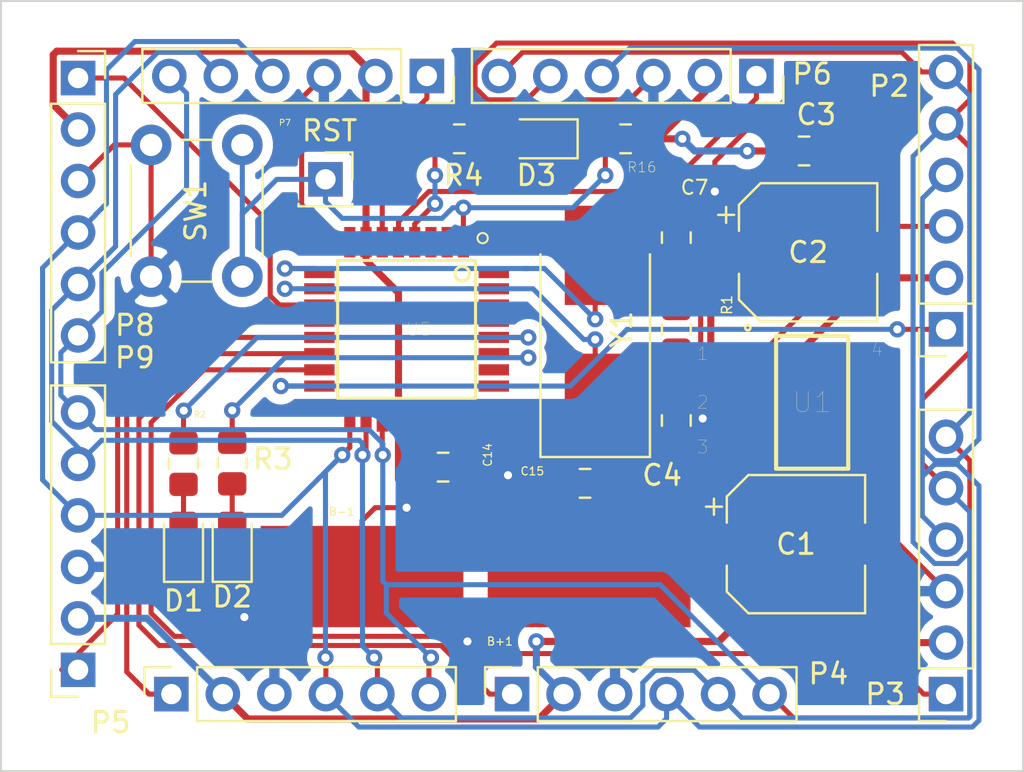
<source format=kicad_pcb>
(kicad_pcb (version 20171130) (host pcbnew "(5.1.5)-3")

  (general
    (thickness 1.6)
    (drawings 4)
    (tracks 398)
    (zones 0)
    (modules 30)
    (nets 31)
  )

  (page A4)
  (layers
    (0 F.Cu signal)
    (31 B.Cu signal)
    (32 B.Adhes user hide)
    (33 F.Adhes user hide)
    (34 B.Paste user)
    (35 F.Paste user)
    (36 B.SilkS user)
    (37 F.SilkS user)
    (38 B.Mask user)
    (39 F.Mask user)
    (40 Dwgs.User user hide)
    (41 Cmts.User user hide)
    (42 Eco1.User user hide)
    (43 Eco2.User user hide)
    (44 Edge.Cuts user)
    (45 Margin user hide)
    (46 B.CrtYd user)
    (47 F.CrtYd user)
    (48 B.Fab user)
    (49 F.Fab user)
  )

  (setup
    (last_trace_width 0.25)
    (trace_clearance 0.2)
    (zone_clearance 0.508)
    (zone_45_only no)
    (trace_min 0.2)
    (via_size 0.8)
    (via_drill 0.4)
    (via_min_size 0.4)
    (via_min_drill 0.3)
    (uvia_size 0.3)
    (uvia_drill 0.1)
    (uvias_allowed no)
    (uvia_min_size 0.2)
    (uvia_min_drill 0.1)
    (edge_width 0.1)
    (segment_width 0.2)
    (pcb_text_width 0.3)
    (pcb_text_size 1.5 1.5)
    (mod_edge_width 0.15)
    (mod_text_size 1 1)
    (mod_text_width 0.15)
    (pad_size 1.524 1.524)
    (pad_drill 0.762)
    (pad_to_mask_clearance 0)
    (aux_axis_origin 0 0)
    (visible_elements 7FFDFF3F)
    (pcbplotparams
      (layerselection 0x010fc_ffffffff)
      (usegerberextensions false)
      (usegerberattributes false)
      (usegerberadvancedattributes false)
      (creategerberjobfile false)
      (excludeedgelayer true)
      (linewidth 0.100000)
      (plotframeref false)
      (viasonmask false)
      (mode 1)
      (useauxorigin false)
      (hpglpennumber 1)
      (hpglpenspeed 20)
      (hpglpendiameter 15.000000)
      (psnegative false)
      (psa4output false)
      (plotreference true)
      (plotvalue true)
      (plotinvisibletext false)
      (padsonsilk false)
      (subtractmaskfromsilk false)
      (outputformat 1)
      (mirror false)
      (drillshape 0)
      (scaleselection 1)
      (outputdirectory ""))
  )

  (net 0 "")
  (net 1 GND)
  (net 2 Vin)
  (net 3 5V_LDO)
  (net 4 "Net-(C4-Pad1)")
  (net 5 "Net-(C7-Pad1)")
  (net 6 "Net-(C14-Pad1)")
  (net 7 "Net-(D1-Pad2)")
  (net 8 "Net-(D2-Pad2)")
  (net 9 "Net-(D3-Pad2)")
  (net 10 328P_ICSP_MISO)
  (net 11 328P_ICSP_SCK)
  (net 12 328P_ICSP_MOSI)
  (net 13 /ATMEGA328P/328P_RESET)
  (net 14 /ATMEGA328P/ARD_DIG1)
  (net 15 /ATMEGA328P/ARD_DIG0)
  (net 16 /ATMEGA328P/ARD_DIG10/SPI_SS)
  (net 17 /ATMEGA328P/ARD_DIG9)
  (net 18 /ATMEGA328P/ARD_DIG8)
  (net 19 /ATMEGA328P/ARD_DIG7)
  (net 20 /ATMEGA328P/ARD_DIG3)
  (net 21 /ATMEGA328P/ARD_DIG4)
  (net 22 /ATMEGA328P/ARD_DIG5)
  (net 23 /ATMEGA328P/ARD_DIG6)
  (net 24 "Net-(R2-Pad2)")
  (net 25 "Net-(R3-Pad1)")
  (net 26 "Net-(R4-Pad2)")
  (net 27 "Net-(U5-Pad23)")
  (net 28 "Net-(U5-Pad24)")
  (net 29 "Net-(U5-Pad25)")
  (net 30 "Net-(U5-Pad26)")

  (net_class Default "This is the default net class."
    (clearance 0.2)
    (trace_width 0.25)
    (via_dia 0.8)
    (via_drill 0.4)
    (uvia_dia 0.3)
    (uvia_drill 0.1)
    (add_net /ATMEGA328P/328P_RESET)
    (add_net /ATMEGA328P/ARD_DIG0)
    (add_net /ATMEGA328P/ARD_DIG1)
    (add_net /ATMEGA328P/ARD_DIG10/SPI_SS)
    (add_net /ATMEGA328P/ARD_DIG3)
    (add_net /ATMEGA328P/ARD_DIG4)
    (add_net /ATMEGA328P/ARD_DIG5)
    (add_net /ATMEGA328P/ARD_DIG6)
    (add_net /ATMEGA328P/ARD_DIG7)
    (add_net /ATMEGA328P/ARD_DIG8)
    (add_net /ATMEGA328P/ARD_DIG9)
    (add_net 328P_ICSP_MISO)
    (add_net 328P_ICSP_MOSI)
    (add_net 328P_ICSP_SCK)
    (add_net GND)
    (add_net "Net-(C14-Pad1)")
    (add_net "Net-(C4-Pad1)")
    (add_net "Net-(C7-Pad1)")
    (add_net "Net-(D1-Pad2)")
    (add_net "Net-(D2-Pad2)")
    (add_net "Net-(D3-Pad2)")
    (add_net "Net-(R2-Pad2)")
    (add_net "Net-(R3-Pad1)")
    (add_net "Net-(R4-Pad2)")
    (add_net "Net-(U5-Pad23)")
    (add_net "Net-(U5-Pad24)")
    (add_net "Net-(U5-Pad25)")
    (add_net "Net-(U5-Pad26)")
  )

  (net_class 5V_LDO ""
    (clearance 0.2)
    (trace_width 0.35)
    (via_dia 0.8)
    (via_drill 0.4)
    (uvia_dia 0.3)
    (uvia_drill 0.1)
    (add_net 5V_LDO)
  )

  (net_class Vin ""
    (clearance 0.2)
    (trace_width 0.35)
    (via_dia 0.8)
    (via_drill 0.4)
    (uvia_dia 0.3)
    (uvia_drill 0.1)
    (add_net Vin)
  )

  (module Capacitor_SMD:C_0805_2012Metric_Pad1.15x1.40mm_HandSolder (layer F.Cu) (tedit 5B36C52B) (tstamp 5EAC58BC)
    (at 213.6 99.2)
    (descr "Capacitor SMD 0805 (2012 Metric), square (rectangular) end terminal, IPC_7351 nominal with elongated pad for handsoldering. (Body size source: https://docs.google.com/spreadsheets/d/1BsfQQcO9C6DZCsRaXUlFlo91Tg2WpOkGARC1WS5S8t0/edit?usp=sharing), generated with kicad-footprint-generator")
    (tags "capacitor handsolder")
    (path /55CCFEA2/5E9D9580)
    (attr smd)
    (fp_text reference C3 (at 0.6 -1.8) (layer F.SilkS)
      (effects (font (size 1 1) (thickness 0.15)))
    )
    (fp_text value "0.1 uF" (at 0 1.65) (layer F.Fab)
      (effects (font (size 1 1) (thickness 0.15)))
    )
    (fp_line (start -1 0.6) (end -1 -0.6) (layer F.Fab) (width 0.1))
    (fp_line (start -1 -0.6) (end 1 -0.6) (layer F.Fab) (width 0.1))
    (fp_line (start 1 -0.6) (end 1 0.6) (layer F.Fab) (width 0.1))
    (fp_line (start 1 0.6) (end -1 0.6) (layer F.Fab) (width 0.1))
    (fp_line (start -0.261252 -0.71) (end 0.261252 -0.71) (layer F.SilkS) (width 0.12))
    (fp_line (start -0.261252 0.71) (end 0.261252 0.71) (layer F.SilkS) (width 0.12))
    (fp_line (start -1.85 0.95) (end -1.85 -0.95) (layer F.CrtYd) (width 0.05))
    (fp_line (start -1.85 -0.95) (end 1.85 -0.95) (layer F.CrtYd) (width 0.05))
    (fp_line (start 1.85 -0.95) (end 1.85 0.95) (layer F.CrtYd) (width 0.05))
    (fp_line (start 1.85 0.95) (end -1.85 0.95) (layer F.CrtYd) (width 0.05))
    (fp_text user %R (at 0 0) (layer F.Fab)
      (effects (font (size 0.5 0.5) (thickness 0.08)))
    )
    (pad 1 smd roundrect (at -1.025 0) (size 1.15 1.4) (layers F.Cu F.Paste F.Mask) (roundrect_rratio 0.217391)
      (net 3 5V_LDO))
    (pad 2 smd roundrect (at 1.025 0) (size 1.15 1.4) (layers F.Cu F.Paste F.Mask) (roundrect_rratio 0.217391)
      (net 1 GND))
    (model ${KISYS3DMOD}/Capacitor_SMD.3dshapes/C_0805_2012Metric.wrl
      (at (xyz 0 0 0))
      (scale (xyz 1 1 1))
      (rotate (xyz 0 0 0))
    )
  )

  (module Button_Switch_THT:SW_PUSH_6mm_H7.3mm (layer F.Cu) (tedit 5A02FE31) (tstamp 5EAC4B69)
    (at 181.4 105.4 90)
    (descr "tactile push button, 6x6mm e.g. PHAP33xx series, height=7.3mm")
    (tags "tact sw push 6mm")
    (path /55E89CE4/5EBCA6ED)
    (fp_text reference SW1 (at 3.25 2.2 90) (layer F.SilkS)
      (effects (font (size 1 1) (thickness 0.15)))
    )
    (fp_text value RESET_SWITCH (at 3.75 6.7 90) (layer F.Fab)
      (effects (font (size 1 1) (thickness 0.15)))
    )
    (fp_text user %R (at 3.25 2.25 90) (layer F.Fab)
      (effects (font (size 1 1) (thickness 0.15)))
    )
    (fp_line (start 3.25 -0.75) (end 6.25 -0.75) (layer F.Fab) (width 0.1))
    (fp_line (start 6.25 -0.75) (end 6.25 5.25) (layer F.Fab) (width 0.1))
    (fp_line (start 6.25 5.25) (end 0.25 5.25) (layer F.Fab) (width 0.1))
    (fp_line (start 0.25 5.25) (end 0.25 -0.75) (layer F.Fab) (width 0.1))
    (fp_line (start 0.25 -0.75) (end 3.25 -0.75) (layer F.Fab) (width 0.1))
    (fp_line (start 7.75 6) (end 8 6) (layer F.CrtYd) (width 0.05))
    (fp_line (start 8 6) (end 8 5.75) (layer F.CrtYd) (width 0.05))
    (fp_line (start 7.75 -1.5) (end 8 -1.5) (layer F.CrtYd) (width 0.05))
    (fp_line (start 8 -1.5) (end 8 -1.25) (layer F.CrtYd) (width 0.05))
    (fp_line (start -1.5 -1.25) (end -1.5 -1.5) (layer F.CrtYd) (width 0.05))
    (fp_line (start -1.5 -1.5) (end -1.25 -1.5) (layer F.CrtYd) (width 0.05))
    (fp_line (start -1.5 5.75) (end -1.5 6) (layer F.CrtYd) (width 0.05))
    (fp_line (start -1.5 6) (end -1.25 6) (layer F.CrtYd) (width 0.05))
    (fp_line (start -1.25 -1.5) (end 7.75 -1.5) (layer F.CrtYd) (width 0.05))
    (fp_line (start -1.5 5.75) (end -1.5 -1.25) (layer F.CrtYd) (width 0.05))
    (fp_line (start 7.75 6) (end -1.25 6) (layer F.CrtYd) (width 0.05))
    (fp_line (start 8 -1.25) (end 8 5.75) (layer F.CrtYd) (width 0.05))
    (fp_line (start 1 5.5) (end 5.5 5.5) (layer F.SilkS) (width 0.12))
    (fp_line (start -0.25 1.5) (end -0.25 3) (layer F.SilkS) (width 0.12))
    (fp_line (start 5.5 -1) (end 1 -1) (layer F.SilkS) (width 0.12))
    (fp_line (start 6.75 3) (end 6.75 1.5) (layer F.SilkS) (width 0.12))
    (fp_circle (center 3.25 2.25) (end 1.25 2.5) (layer F.Fab) (width 0.1))
    (pad 2 thru_hole circle (at 0 4.5 180) (size 2 2) (drill 1.1) (layers *.Cu *.Mask)
      (net 13 /ATMEGA328P/328P_RESET))
    (pad 1 thru_hole circle (at 0 0 180) (size 2 2) (drill 1.1) (layers *.Cu *.Mask)
      (net 1 GND))
    (pad 2 thru_hole circle (at 6.5 4.5 180) (size 2 2) (drill 1.1) (layers *.Cu *.Mask)
      (net 13 /ATMEGA328P/328P_RESET))
    (pad 1 thru_hole circle (at 6.5 0 180) (size 2 2) (drill 1.1) (layers *.Cu *.Mask)
      (net 1 GND))
    (model ${KISYS3DMOD}/Button_Switch_THT.3dshapes/SW_PUSH_6mm_H7.3mm.wrl
      (at (xyz 0 0 0))
      (scale (xyz 1 1 1))
      (rotate (xyz 0 0 0))
    )
  )

  (module Connector_PinSocket_2.54mm:PinSocket_1x01_P2.54mm_Vertical (layer F.Cu) (tedit 5A19A434) (tstamp 5EACCC6C)
    (at 190 100.6)
    (descr "Through hole straight socket strip, 1x01, 2.54mm pitch, single row (from Kicad 4.0.7), script generated")
    (tags "Through hole socket strip THT 1x01 2.54mm single row")
    (path /55E94587/5ECA5D4A)
    (fp_text reference RST (at 0.2 -2.4) (layer F.SilkS)
      (effects (font (size 1 1) (thickness 0.15)))
    )
    (fp_text value Conn_01x01 (at 0 2.77) (layer F.Fab)
      (effects (font (size 1 1) (thickness 0.15)))
    )
    (fp_text user %R (at 0 0) (layer F.Fab) hide
      (effects (font (size 1 1) (thickness 0.15)))
    )
    (fp_line (start -1.8 1.75) (end -1.8 -1.8) (layer F.CrtYd) (width 0.05))
    (fp_line (start 1.75 1.75) (end -1.8 1.75) (layer F.CrtYd) (width 0.05))
    (fp_line (start 1.75 -1.8) (end 1.75 1.75) (layer F.CrtYd) (width 0.05))
    (fp_line (start -1.8 -1.8) (end 1.75 -1.8) (layer F.CrtYd) (width 0.05))
    (fp_line (start 0 -1.33) (end 1.33 -1.33) (layer F.SilkS) (width 0.12))
    (fp_line (start 1.33 -1.33) (end 1.33 0) (layer F.SilkS) (width 0.12))
    (fp_line (start 1.33 1.21) (end 1.33 1.33) (layer F.SilkS) (width 0.12))
    (fp_line (start -1.33 1.21) (end -1.33 1.33) (layer F.SilkS) (width 0.12))
    (fp_line (start -1.33 1.33) (end 1.33 1.33) (layer F.SilkS) (width 0.12))
    (fp_line (start -1.27 1.27) (end -1.27 -1.27) (layer F.Fab) (width 0.1))
    (fp_line (start 1.27 1.27) (end -1.27 1.27) (layer F.Fab) (width 0.1))
    (fp_line (start 1.27 -0.635) (end 1.27 1.27) (layer F.Fab) (width 0.1))
    (fp_line (start 0.635 -1.27) (end 1.27 -0.635) (layer F.Fab) (width 0.1))
    (fp_line (start -1.27 -1.27) (end 0.635 -1.27) (layer F.Fab) (width 0.1))
    (pad 1 thru_hole rect (at 0 0) (size 1.7 1.7) (drill 1) (layers *.Cu *.Mask)
      (net 13 /ATMEGA328P/328P_RESET))
    (model ${KISYS3DMOD}/Connector_PinSocket_2.54mm.3dshapes/PinSocket_1x01_P2.54mm_Vertical.wrl
      (at (xyz 0 0 0))
      (scale (xyz 1 1 1))
      (rotate (xyz 0 0 0))
    )
  )

  (module Connector_PinSocket_2.54mm:PinSocket_1x06_P2.54mm_Vertical (layer F.Cu) (tedit 5A19A430) (tstamp 5EACC207)
    (at 195 95.5 270)
    (descr "Through hole straight socket strip, 1x06, 2.54mm pitch, single row (from Kicad 4.0.7), script generated")
    (tags "Through hole socket strip THT 1x06 2.54mm single row")
    (path /55E94587/5EAE431F)
    (fp_text reference P7 (at 2.3 7 180) (layer F.SilkS)
      (effects (font (size 0.3 0.3) (thickness 0.045)))
    )
    (fp_text value CONN_01X06 (at 0 15.47 90) (layer F.Fab) hide
      (effects (font (size 1 1) (thickness 0.15)))
    )
    (fp_line (start -1.27 -1.27) (end 0.635 -1.27) (layer F.Fab) (width 0.1))
    (fp_line (start 0.635 -1.27) (end 1.27 -0.635) (layer F.Fab) (width 0.1))
    (fp_line (start 1.27 -0.635) (end 1.27 13.97) (layer F.Fab) (width 0.1))
    (fp_line (start 1.27 13.97) (end -1.27 13.97) (layer F.Fab) (width 0.1))
    (fp_line (start -1.27 13.97) (end -1.27 -1.27) (layer F.Fab) (width 0.1))
    (fp_line (start -1.33 1.27) (end 1.33 1.27) (layer F.SilkS) (width 0.12))
    (fp_line (start -1.33 1.27) (end -1.33 14.03) (layer F.SilkS) (width 0.12))
    (fp_line (start -1.33 14.03) (end 1.33 14.03) (layer F.SilkS) (width 0.12))
    (fp_line (start 1.33 1.27) (end 1.33 14.03) (layer F.SilkS) (width 0.12))
    (fp_line (start 1.33 -1.33) (end 1.33 0) (layer F.SilkS) (width 0.12))
    (fp_line (start 0 -1.33) (end 1.33 -1.33) (layer F.SilkS) (width 0.12))
    (fp_line (start -1.8 -1.8) (end 1.75 -1.8) (layer F.CrtYd) (width 0.05))
    (fp_line (start 1.75 -1.8) (end 1.75 14.45) (layer F.CrtYd) (width 0.05))
    (fp_line (start 1.75 14.45) (end -1.8 14.45) (layer F.CrtYd) (width 0.05))
    (fp_line (start -1.8 14.45) (end -1.8 -1.8) (layer F.CrtYd) (width 0.05))
    (fp_text user %R (at 0 6.35) (layer F.Fab) hide
      (effects (font (size 1 1) (thickness 0.15)))
    )
    (pad 1 thru_hole rect (at 0 0 270) (size 1.7 1.7) (drill 1) (layers *.Cu *.Mask)
      (net 21 /ATMEGA328P/ARD_DIG4))
    (pad 2 thru_hole oval (at 0 2.54 270) (size 1.7 1.7) (drill 1) (layers *.Cu *.Mask)
      (net 3 5V_LDO))
    (pad 3 thru_hole oval (at 0 5.08 270) (size 1.7 1.7) (drill 1) (layers *.Cu *.Mask)
      (net 1 GND))
    (pad 4 thru_hole oval (at 0 7.62 270) (size 1.7 1.7) (drill 1) (layers *.Cu *.Mask)
      (net 12 328P_ICSP_MOSI))
    (pad 5 thru_hole oval (at 0 10.16 270) (size 1.7 1.7) (drill 1) (layers *.Cu *.Mask)
      (net 10 328P_ICSP_MISO))
    (pad 6 thru_hole oval (at 0 12.7 270) (size 1.7 1.7) (drill 1) (layers *.Cu *.Mask)
      (net 11 328P_ICSP_SCK))
    (model ${KISYS3DMOD}/Connector_PinSocket_2.54mm.3dshapes/PinSocket_1x06_P2.54mm_Vertical.wrl
      (at (xyz 0 0 0))
      (scale (xyz 1 1 1))
      (rotate (xyz 0 0 0))
    )
  )

  (module Connector_PinSocket_2.54mm:PinSocket_1x06_P2.54mm_Vertical (layer F.Cu) (tedit 5A19A430) (tstamp 5EABADBB)
    (at 177.8 124.8 180)
    (descr "Through hole straight socket strip, 1x06, 2.54mm pitch, single row (from Kicad 4.0.7), script generated")
    (tags "Through hole socket strip THT 1x06 2.54mm single row")
    (path /55E94587/5EAE6815)
    (fp_text reference P9 (at -2.8 15.4 180) (layer F.SilkS)
      (effects (font (size 1 1) (thickness 0.15)))
    )
    (fp_text value CONN_01X06 (at 0 15.47) (layer F.Fab)
      (effects (font (size 1 1) (thickness 0.15)))
    )
    (fp_line (start -1.27 -1.27) (end 0.635 -1.27) (layer F.Fab) (width 0.1))
    (fp_line (start 0.635 -1.27) (end 1.27 -0.635) (layer F.Fab) (width 0.1))
    (fp_line (start 1.27 -0.635) (end 1.27 13.97) (layer F.Fab) (width 0.1))
    (fp_line (start 1.27 13.97) (end -1.27 13.97) (layer F.Fab) (width 0.1))
    (fp_line (start -1.27 13.97) (end -1.27 -1.27) (layer F.Fab) (width 0.1))
    (fp_line (start -1.33 1.27) (end 1.33 1.27) (layer F.SilkS) (width 0.12))
    (fp_line (start -1.33 1.27) (end -1.33 14.03) (layer F.SilkS) (width 0.12))
    (fp_line (start -1.33 14.03) (end 1.33 14.03) (layer F.SilkS) (width 0.12))
    (fp_line (start 1.33 1.27) (end 1.33 14.03) (layer F.SilkS) (width 0.12))
    (fp_line (start 1.33 -1.33) (end 1.33 0) (layer F.SilkS) (width 0.12))
    (fp_line (start 0 -1.33) (end 1.33 -1.33) (layer F.SilkS) (width 0.12))
    (fp_line (start -1.8 -1.8) (end 1.75 -1.8) (layer F.CrtYd) (width 0.05))
    (fp_line (start 1.75 -1.8) (end 1.75 14.45) (layer F.CrtYd) (width 0.05))
    (fp_line (start 1.75 14.45) (end -1.8 14.45) (layer F.CrtYd) (width 0.05))
    (fp_line (start -1.8 14.45) (end -1.8 -1.8) (layer F.CrtYd) (width 0.05))
    (fp_text user %R (at 0 6.35 90) (layer F.Fab)
      (effects (font (size 1 1) (thickness 0.15)))
    )
    (pad 1 thru_hole rect (at 0 0 180) (size 1.7 1.7) (drill 1) (layers *.Cu *.Mask)
      (net 23 /ATMEGA328P/ARD_DIG6))
    (pad 2 thru_hole oval (at 0 2.54 180) (size 1.7 1.7) (drill 1) (layers *.Cu *.Mask)
      (net 3 5V_LDO))
    (pad 3 thru_hole oval (at 0 5.08 180) (size 1.7 1.7) (drill 1) (layers *.Cu *.Mask)
      (net 1 GND))
    (pad 4 thru_hole oval (at 0 7.62 180) (size 1.7 1.7) (drill 1) (layers *.Cu *.Mask)
      (net 12 328P_ICSP_MOSI))
    (pad 5 thru_hole oval (at 0 10.16 180) (size 1.7 1.7) (drill 1) (layers *.Cu *.Mask)
      (net 10 328P_ICSP_MISO))
    (pad 6 thru_hole oval (at 0 12.7 180) (size 1.7 1.7) (drill 1) (layers *.Cu *.Mask)
      (net 11 328P_ICSP_SCK))
    (model ${KISYS3DMOD}/Connector_PinSocket_2.54mm.3dshapes/PinSocket_1x06_P2.54mm_Vertical.wrl
      (at (xyz 0 0 0))
      (scale (xyz 1 1 1))
      (rotate (xyz 0 0 0))
    )
  )

  (module LD1117S50TR:SOT223 (layer F.Cu) (tedit 5EA9489C) (tstamp 5EAC61F8)
    (at 214 111.6)
    (path /55CCFEA2/5E9DBF48)
    (fp_text reference U1 (at 0 0 180) (layer F.SilkS)
      (effects (font (size 1.000331 1.000331) (thickness 0.015)))
    )
    (fp_text value LD1117S50TR (at -0.68664 1.27157 180) (layer F.Fab)
      (effects (font (size 1.001228 1.001228) (thickness 0.015)))
    )
    (fp_line (start 1.778 3.2766) (end -1.778 3.2766) (layer F.SilkS) (width 0.2032))
    (fp_line (start -1.778 3.2766) (end -1.778 -3.2766) (layer F.SilkS) (width 0.2032))
    (fp_line (start -1.778 -3.2766) (end 1.778 -3.2766) (layer F.SilkS) (width 0.2032))
    (fp_line (start 1.778 -3.2766) (end 1.778 3.2766) (layer F.SilkS) (width 0.2032))
    (fp_text user 3 (at -5.4 2.2) (layer F.SilkS)
      (effects (font (size 0.640026 0.640026) (thickness 0.015)))
    )
    (fp_text user 4 (at 3.2 -2.6) (layer F.SilkS)
      (effects (font (size 0.640275 0.640275) (thickness 0.015)))
    )
    (fp_text user 1 (at -5.4 -2.4) (layer F.SilkS)
      (effects (font (size 0.641022 0.641022) (thickness 0.015)))
    )
    (fp_text user 2 (at -5.4 0) (layer F.SilkS)
      (effects (font (size 0.641046 0.641046) (thickness 0.015)))
    )
    (fp_poly (pts (xy 1.13045 -0.9271) (xy 4.3307 -0.9271) (xy 4.3307 0.927226) (xy 1.13045 0.927226)) (layer F.Fab) (width 0.01))
    (fp_poly (pts (xy -3.16329 -0.9271) (xy -2.2987 -0.9271) (xy -2.2987 0.927391) (xy -3.16329 0.927391)) (layer F.Fab) (width 0.01))
    (fp_poly (pts (xy -3.16438 -3.2385) (xy -2.2987 -3.2385) (xy -2.2987 -1.38521) (xy -3.16438 -1.38521)) (layer F.Fab) (width 0.01))
    (fp_poly (pts (xy -3.16418 1.3843) (xy -2.2987 1.3843) (xy -2.2987 3.24043) (xy -3.16418 3.24043)) (layer F.Fab) (width 0.01))
    (fp_poly (pts (xy 1.13075 -0.9271) (xy 4.3307 -0.9271) (xy 4.3307 0.927473) (xy 1.13075 0.927473)) (layer F.Fab) (width 0.01))
    (fp_poly (pts (xy -3.16376 -0.9271) (xy -2.2987 -0.9271) (xy -2.2987 0.927529) (xy -3.16376 0.927529)) (layer F.Fab) (width 0.01))
    (fp_poly (pts (xy -3.16849 -3.2385) (xy -2.2987 -3.2385) (xy -2.2987 -1.38701) (xy -3.16849 -1.38701)) (layer F.Fab) (width 0.01))
    (fp_poly (pts (xy -3.16596 1.3843) (xy -2.2987 1.3843) (xy -2.2987 3.24225) (xy -3.16596 3.24225)) (layer F.Fab) (width 0.01))
    (fp_circle (center -3.175 -3.683) (end -3.048 -3.683) (layer F.SilkS) (width 0.127))
    (pad 1 smd rect (at -3.0988 -2.3114) (size 2.2352 1.2192) (layers F.Cu F.Paste F.Mask)
      (net 1 GND))
    (pad 2 smd rect (at -3.0988 0) (size 2.2352 1.2192) (layers F.Cu F.Paste F.Mask)
      (net 3 5V_LDO))
    (pad 3 smd rect (at -3.0988 2.3114) (size 2.2352 1.2192) (layers F.Cu F.Paste F.Mask)
      (net 2 Vin))
    (pad 4 smd rect (at 3.099 0) (size 2.2 3.6) (layers F.Cu F.Paste F.Mask))
  )

  (module Capacitor_SMD:CP_Elec_6.3x5.8 (layer F.Cu) (tedit 5BCA39D0) (tstamp 5EAC618C)
    (at 213.8 104.2)
    (descr "SMD capacitor, aluminum electrolytic, Nichicon, 6.3x5.8mm")
    (tags "capacitor electrolytic")
    (path /55CCFEA2/5E9D6939)
    (attr smd)
    (fp_text reference C2 (at 0 0) (layer F.SilkS)
      (effects (font (size 1 1) (thickness 0.15)))
    )
    (fp_text value 47uF (at 0 4.35) (layer F.Fab)
      (effects (font (size 1 1) (thickness 0.15)))
    )
    (fp_circle (center 0 0) (end 3.15 0) (layer F.Fab) (width 0.1))
    (fp_line (start 3.3 -3.3) (end 3.3 3.3) (layer F.Fab) (width 0.1))
    (fp_line (start -2.3 -3.3) (end 3.3 -3.3) (layer F.Fab) (width 0.1))
    (fp_line (start -2.3 3.3) (end 3.3 3.3) (layer F.Fab) (width 0.1))
    (fp_line (start -3.3 -2.3) (end -3.3 2.3) (layer F.Fab) (width 0.1))
    (fp_line (start -3.3 -2.3) (end -2.3 -3.3) (layer F.Fab) (width 0.1))
    (fp_line (start -3.3 2.3) (end -2.3 3.3) (layer F.Fab) (width 0.1))
    (fp_line (start -2.704838 -1.33) (end -2.074838 -1.33) (layer F.Fab) (width 0.1))
    (fp_line (start -2.389838 -1.645) (end -2.389838 -1.015) (layer F.Fab) (width 0.1))
    (fp_line (start 3.41 3.41) (end 3.41 1.06) (layer F.SilkS) (width 0.12))
    (fp_line (start 3.41 -3.41) (end 3.41 -1.06) (layer F.SilkS) (width 0.12))
    (fp_line (start -2.345563 -3.41) (end 3.41 -3.41) (layer F.SilkS) (width 0.12))
    (fp_line (start -2.345563 3.41) (end 3.41 3.41) (layer F.SilkS) (width 0.12))
    (fp_line (start -3.41 2.345563) (end -3.41 1.06) (layer F.SilkS) (width 0.12))
    (fp_line (start -3.41 -2.345563) (end -3.41 -1.06) (layer F.SilkS) (width 0.12))
    (fp_line (start -3.41 -2.345563) (end -2.345563 -3.41) (layer F.SilkS) (width 0.12))
    (fp_line (start -3.41 2.345563) (end -2.345563 3.41) (layer F.SilkS) (width 0.12))
    (fp_line (start -4.4375 -1.8475) (end -3.65 -1.8475) (layer F.SilkS) (width 0.12))
    (fp_line (start -4.04375 -2.24125) (end -4.04375 -1.45375) (layer F.SilkS) (width 0.12))
    (fp_line (start 3.55 -3.55) (end 3.55 -1.05) (layer F.CrtYd) (width 0.05))
    (fp_line (start 3.55 -1.05) (end 4.7 -1.05) (layer F.CrtYd) (width 0.05))
    (fp_line (start 4.7 -1.05) (end 4.7 1.05) (layer F.CrtYd) (width 0.05))
    (fp_line (start 4.7 1.05) (end 3.55 1.05) (layer F.CrtYd) (width 0.05))
    (fp_line (start 3.55 1.05) (end 3.55 3.55) (layer F.CrtYd) (width 0.05))
    (fp_line (start -2.4 3.55) (end 3.55 3.55) (layer F.CrtYd) (width 0.05))
    (fp_line (start -2.4 -3.55) (end 3.55 -3.55) (layer F.CrtYd) (width 0.05))
    (fp_line (start -3.55 2.4) (end -2.4 3.55) (layer F.CrtYd) (width 0.05))
    (fp_line (start -3.55 -2.4) (end -2.4 -3.55) (layer F.CrtYd) (width 0.05))
    (fp_line (start -3.55 -2.4) (end -3.55 -1.05) (layer F.CrtYd) (width 0.05))
    (fp_line (start -3.55 1.05) (end -3.55 2.4) (layer F.CrtYd) (width 0.05))
    (fp_line (start -3.55 -1.05) (end -4.7 -1.05) (layer F.CrtYd) (width 0.05))
    (fp_line (start -4.7 -1.05) (end -4.7 1.05) (layer F.CrtYd) (width 0.05))
    (fp_line (start -4.7 1.05) (end -3.55 1.05) (layer F.CrtYd) (width 0.05))
    (fp_text user %R (at 0 0) (layer F.Fab)
      (effects (font (size 1 1) (thickness 0.15)))
    )
    (pad 1 smd roundrect (at -2.7 0) (size 3.5 1.6) (layers F.Cu F.Paste F.Mask) (roundrect_rratio 0.15625)
      (net 3 5V_LDO))
    (pad 2 smd roundrect (at 2.7 0) (size 3.5 1.6) (layers F.Cu F.Paste F.Mask) (roundrect_rratio 0.15625)
      (net 1 GND))
    (model ${KISYS3DMOD}/Capacitor_SMD.3dshapes/CP_Elec_6.3x5.8.wrl
      (at (xyz 0 0 0))
      (scale (xyz 1 1 1))
      (rotate (xyz 0 0 0))
    )
  )

  (module Capacitor_SMD:CP_Elec_6.3x5.8 (layer F.Cu) (tedit 5BCA39D0) (tstamp 5EAC6117)
    (at 213.2 118.6)
    (descr "SMD capacitor, aluminum electrolytic, Nichicon, 6.3x5.8mm")
    (tags "capacitor electrolytic")
    (path /55CCFEA2/5E9D3AE8)
    (attr smd)
    (fp_text reference C1 (at 0 0) (layer F.SilkS)
      (effects (font (size 1 1) (thickness 0.15)))
    )
    (fp_text value 47uF (at 0 4.35) (layer F.Fab)
      (effects (font (size 1 1) (thickness 0.15)))
    )
    (fp_text user %R (at 0 0) (layer F.Fab)
      (effects (font (size 1 1) (thickness 0.15)))
    )
    (fp_line (start -4.7 1.05) (end -3.55 1.05) (layer F.CrtYd) (width 0.05))
    (fp_line (start -4.7 -1.05) (end -4.7 1.05) (layer F.CrtYd) (width 0.05))
    (fp_line (start -3.55 -1.05) (end -4.7 -1.05) (layer F.CrtYd) (width 0.05))
    (fp_line (start -3.55 1.05) (end -3.55 2.4) (layer F.CrtYd) (width 0.05))
    (fp_line (start -3.55 -2.4) (end -3.55 -1.05) (layer F.CrtYd) (width 0.05))
    (fp_line (start -3.55 -2.4) (end -2.4 -3.55) (layer F.CrtYd) (width 0.05))
    (fp_line (start -3.55 2.4) (end -2.4 3.55) (layer F.CrtYd) (width 0.05))
    (fp_line (start -2.4 -3.55) (end 3.55 -3.55) (layer F.CrtYd) (width 0.05))
    (fp_line (start -2.4 3.55) (end 3.55 3.55) (layer F.CrtYd) (width 0.05))
    (fp_line (start 3.55 1.05) (end 3.55 3.55) (layer F.CrtYd) (width 0.05))
    (fp_line (start 4.7 1.05) (end 3.55 1.05) (layer F.CrtYd) (width 0.05))
    (fp_line (start 4.7 -1.05) (end 4.7 1.05) (layer F.CrtYd) (width 0.05))
    (fp_line (start 3.55 -1.05) (end 4.7 -1.05) (layer F.CrtYd) (width 0.05))
    (fp_line (start 3.55 -3.55) (end 3.55 -1.05) (layer F.CrtYd) (width 0.05))
    (fp_line (start -4.04375 -2.24125) (end -4.04375 -1.45375) (layer F.SilkS) (width 0.12))
    (fp_line (start -4.4375 -1.8475) (end -3.65 -1.8475) (layer F.SilkS) (width 0.12))
    (fp_line (start -3.41 2.345563) (end -2.345563 3.41) (layer F.SilkS) (width 0.12))
    (fp_line (start -3.41 -2.345563) (end -2.345563 -3.41) (layer F.SilkS) (width 0.12))
    (fp_line (start -3.41 -2.345563) (end -3.41 -1.06) (layer F.SilkS) (width 0.12))
    (fp_line (start -3.41 2.345563) (end -3.41 1.06) (layer F.SilkS) (width 0.12))
    (fp_line (start -2.345563 3.41) (end 3.41 3.41) (layer F.SilkS) (width 0.12))
    (fp_line (start -2.345563 -3.41) (end 3.41 -3.41) (layer F.SilkS) (width 0.12))
    (fp_line (start 3.41 -3.41) (end 3.41 -1.06) (layer F.SilkS) (width 0.12))
    (fp_line (start 3.41 3.41) (end 3.41 1.06) (layer F.SilkS) (width 0.12))
    (fp_line (start -2.389838 -1.645) (end -2.389838 -1.015) (layer F.Fab) (width 0.1))
    (fp_line (start -2.704838 -1.33) (end -2.074838 -1.33) (layer F.Fab) (width 0.1))
    (fp_line (start -3.3 2.3) (end -2.3 3.3) (layer F.Fab) (width 0.1))
    (fp_line (start -3.3 -2.3) (end -2.3 -3.3) (layer F.Fab) (width 0.1))
    (fp_line (start -3.3 -2.3) (end -3.3 2.3) (layer F.Fab) (width 0.1))
    (fp_line (start -2.3 3.3) (end 3.3 3.3) (layer F.Fab) (width 0.1))
    (fp_line (start -2.3 -3.3) (end 3.3 -3.3) (layer F.Fab) (width 0.1))
    (fp_line (start 3.3 -3.3) (end 3.3 3.3) (layer F.Fab) (width 0.1))
    (fp_circle (center 0 0) (end 3.15 0) (layer F.Fab) (width 0.1))
    (pad 2 smd roundrect (at 2.7 0) (size 3.5 1.6) (layers F.Cu F.Paste F.Mask) (roundrect_rratio 0.15625)
      (net 1 GND))
    (pad 1 smd roundrect (at -2.7 0) (size 3.5 1.6) (layers F.Cu F.Paste F.Mask) (roundrect_rratio 0.15625)
      (net 2 Vin))
    (model ${KISYS3DMOD}/Capacitor_SMD.3dshapes/CP_Elec_6.3x5.8.wrl
      (at (xyz 0 0 0))
      (scale (xyz 1 1 1))
      (rotate (xyz 0 0 0))
    )
  )

  (module Capacitor_SMD:C_0805_2012Metric_Pad1.15x1.40mm_HandSolder (layer F.Cu) (tedit 5B36C52B) (tstamp 5EAC4A44)
    (at 207.3 112.5 270)
    (descr "Capacitor SMD 0805 (2012 Metric), square (rectangular) end terminal, IPC_7351 nominal with elongated pad for handsoldering. (Body size source: https://docs.google.com/spreadsheets/d/1BsfQQcO9C6DZCsRaXUlFlo91Tg2WpOkGARC1WS5S8t0/edit?usp=sharing), generated with kicad-footprint-generator")
    (tags "capacitor handsolder")
    (path /55E89CE4/5EAC34D8)
    (attr smd)
    (fp_text reference C4 (at 2.7 0.7 180) (layer F.SilkS)
      (effects (font (size 1 1) (thickness 0.15)))
    )
    (fp_text value 20p (at 0 1.65 90) (layer F.Fab) hide
      (effects (font (size 1 1) (thickness 0.15)))
    )
    (fp_text user %R (at 0 0 90) (layer F.Fab)
      (effects (font (size 0.5 0.5) (thickness 0.08)))
    )
    (fp_line (start 1.85 0.95) (end -1.85 0.95) (layer F.CrtYd) (width 0.05))
    (fp_line (start 1.85 -0.95) (end 1.85 0.95) (layer F.CrtYd) (width 0.05))
    (fp_line (start -1.85 -0.95) (end 1.85 -0.95) (layer F.CrtYd) (width 0.05))
    (fp_line (start -1.85 0.95) (end -1.85 -0.95) (layer F.CrtYd) (width 0.05))
    (fp_line (start -0.261252 0.71) (end 0.261252 0.71) (layer F.SilkS) (width 0.12))
    (fp_line (start -0.261252 -0.71) (end 0.261252 -0.71) (layer F.SilkS) (width 0.12))
    (fp_line (start 1 0.6) (end -1 0.6) (layer F.Fab) (width 0.1))
    (fp_line (start 1 -0.6) (end 1 0.6) (layer F.Fab) (width 0.1))
    (fp_line (start -1 -0.6) (end 1 -0.6) (layer F.Fab) (width 0.1))
    (fp_line (start -1 0.6) (end -1 -0.6) (layer F.Fab) (width 0.1))
    (pad 2 smd roundrect (at 1.025 0 270) (size 1.15 1.4) (layers F.Cu F.Paste F.Mask) (roundrect_rratio 0.217391)
      (net 1 GND))
    (pad 1 smd roundrect (at -1.025 0 270) (size 1.15 1.4) (layers F.Cu F.Paste F.Mask) (roundrect_rratio 0.217391)
      (net 4 "Net-(C4-Pad1)"))
    (model ${KISYS3DMOD}/Capacitor_SMD.3dshapes/C_0805_2012Metric.wrl
      (at (xyz 0 0 0))
      (scale (xyz 1 1 1))
      (rotate (xyz 0 0 0))
    )
  )

  (module Capacitor_SMD:C_0805_2012Metric_Pad1.15x1.40mm_HandSolder (layer F.Cu) (tedit 5B36C52B) (tstamp 5EAC4A14)
    (at 207.3 103.475 90)
    (descr "Capacitor SMD 0805 (2012 Metric), square (rectangular) end terminal, IPC_7351 nominal with elongated pad for handsoldering. (Body size source: https://docs.google.com/spreadsheets/d/1BsfQQcO9C6DZCsRaXUlFlo91Tg2WpOkGARC1WS5S8t0/edit?usp=sharing), generated with kicad-footprint-generator")
    (tags "capacitor handsolder")
    (path /55E89CE4/5EAC3D5F)
    (attr smd)
    (fp_text reference C7 (at 2.475 0.9 180) (layer F.SilkS)
      (effects (font (size 0.7 0.7) (thickness 0.105)))
    )
    (fp_text value 20p (at 0 1.65 90) (layer F.Fab) hide
      (effects (font (size 1 1) (thickness 0.15)))
    )
    (fp_line (start -1 0.6) (end -1 -0.6) (layer F.Fab) (width 0.1))
    (fp_line (start -1 -0.6) (end 1 -0.6) (layer F.Fab) (width 0.1))
    (fp_line (start 1 -0.6) (end 1 0.6) (layer F.Fab) (width 0.1))
    (fp_line (start 1 0.6) (end -1 0.6) (layer F.Fab) (width 0.1))
    (fp_line (start -0.261252 -0.71) (end 0.261252 -0.71) (layer F.SilkS) (width 0.12))
    (fp_line (start -0.261252 0.71) (end 0.261252 0.71) (layer F.SilkS) (width 0.12))
    (fp_line (start -1.85 0.95) (end -1.85 -0.95) (layer F.CrtYd) (width 0.05))
    (fp_line (start -1.85 -0.95) (end 1.85 -0.95) (layer F.CrtYd) (width 0.05))
    (fp_line (start 1.85 -0.95) (end 1.85 0.95) (layer F.CrtYd) (width 0.05))
    (fp_line (start 1.85 0.95) (end -1.85 0.95) (layer F.CrtYd) (width 0.05))
    (fp_text user %R (at 0 0 90) (layer F.Fab)
      (effects (font (size 0.5 0.5) (thickness 0.08)))
    )
    (pad 1 smd roundrect (at -1.025 0 90) (size 1.15 1.4) (layers F.Cu F.Paste F.Mask) (roundrect_rratio 0.217391)
      (net 5 "Net-(C7-Pad1)"))
    (pad 2 smd roundrect (at 1.025 0 90) (size 1.15 1.4) (layers F.Cu F.Paste F.Mask) (roundrect_rratio 0.217391)
      (net 1 GND))
    (model ${KISYS3DMOD}/Capacitor_SMD.3dshapes/C_0805_2012Metric.wrl
      (at (xyz 0 0 0))
      (scale (xyz 1 1 1))
      (rotate (xyz 0 0 0))
    )
  )

  (module Capacitor_SMD:C_0805_2012Metric_Pad1.15x1.40mm_HandSolder (layer F.Cu) (tedit 5B36C52B) (tstamp 5EAC4C03)
    (at 195.8 114.8)
    (descr "Capacitor SMD 0805 (2012 Metric), square (rectangular) end terminal, IPC_7351 nominal with elongated pad for handsoldering. (Body size source: https://docs.google.com/spreadsheets/d/1BsfQQcO9C6DZCsRaXUlFlo91Tg2WpOkGARC1WS5S8t0/edit?usp=sharing), generated with kicad-footprint-generator")
    (tags "capacitor handsolder")
    (path /55E89CE4/56159BB8)
    (attr smd)
    (fp_text reference C14 (at 2.2 -0.6 270) (layer F.SilkS)
      (effects (font (size 0.4 0.4) (thickness 0.06)))
    )
    (fp_text value "0.1 uF" (at 0 1.65) (layer F.Fab)
      (effects (font (size 1 1) (thickness 0.15)))
    )
    (fp_text user %R (at 0 0) (layer F.Fab)
      (effects (font (size 0.5 0.5) (thickness 0.08)))
    )
    (fp_line (start 1.85 0.95) (end -1.85 0.95) (layer F.CrtYd) (width 0.05))
    (fp_line (start 1.85 -0.95) (end 1.85 0.95) (layer F.CrtYd) (width 0.05))
    (fp_line (start -1.85 -0.95) (end 1.85 -0.95) (layer F.CrtYd) (width 0.05))
    (fp_line (start -1.85 0.95) (end -1.85 -0.95) (layer F.CrtYd) (width 0.05))
    (fp_line (start -0.261252 0.71) (end 0.261252 0.71) (layer F.SilkS) (width 0.12))
    (fp_line (start -0.261252 -0.71) (end 0.261252 -0.71) (layer F.SilkS) (width 0.12))
    (fp_line (start 1 0.6) (end -1 0.6) (layer F.Fab) (width 0.1))
    (fp_line (start 1 -0.6) (end 1 0.6) (layer F.Fab) (width 0.1))
    (fp_line (start -1 -0.6) (end 1 -0.6) (layer F.Fab) (width 0.1))
    (fp_line (start -1 0.6) (end -1 -0.6) (layer F.Fab) (width 0.1))
    (pad 2 smd roundrect (at 1.025 0) (size 1.15 1.4) (layers F.Cu F.Paste F.Mask) (roundrect_rratio 0.217391)
      (net 1 GND))
    (pad 1 smd roundrect (at -1.025 0) (size 1.15 1.4) (layers F.Cu F.Paste F.Mask) (roundrect_rratio 0.217391)
      (net 6 "Net-(C14-Pad1)"))
    (model ${KISYS3DMOD}/Capacitor_SMD.3dshapes/C_0805_2012Metric.wrl
      (at (xyz 0 0 0))
      (scale (xyz 1 1 1))
      (rotate (xyz 0 0 0))
    )
  )

  (module Capacitor_SMD:C_0805_2012Metric_Pad1.15x1.40mm_HandSolder (layer F.Cu) (tedit 5B36C52B) (tstamp 5EAC0FF4)
    (at 202.8 115.6 180)
    (descr "Capacitor SMD 0805 (2012 Metric), square (rectangular) end terminal, IPC_7351 nominal with elongated pad for handsoldering. (Body size source: https://docs.google.com/spreadsheets/d/1BsfQQcO9C6DZCsRaXUlFlo91Tg2WpOkGARC1WS5S8t0/edit?usp=sharing), generated with kicad-footprint-generator")
    (tags "capacitor handsolder")
    (path /55E89CE4/56159BD3)
    (attr smd)
    (fp_text reference C15 (at 2.6 0.6) (layer F.SilkS)
      (effects (font (size 0.4 0.4) (thickness 0.06)))
    )
    (fp_text value "0.1 uF" (at 0 1.65) (layer F.Fab)
      (effects (font (size 1 1) (thickness 0.15)))
    )
    (fp_line (start -1 0.6) (end -1 -0.6) (layer F.Fab) (width 0.1))
    (fp_line (start -1 -0.6) (end 1 -0.6) (layer F.Fab) (width 0.1))
    (fp_line (start 1 -0.6) (end 1 0.6) (layer F.Fab) (width 0.1))
    (fp_line (start 1 0.6) (end -1 0.6) (layer F.Fab) (width 0.1))
    (fp_line (start -0.261252 -0.71) (end 0.261252 -0.71) (layer F.SilkS) (width 0.12))
    (fp_line (start -0.261252 0.71) (end 0.261252 0.71) (layer F.SilkS) (width 0.12))
    (fp_line (start -1.85 0.95) (end -1.85 -0.95) (layer F.CrtYd) (width 0.05))
    (fp_line (start -1.85 -0.95) (end 1.85 -0.95) (layer F.CrtYd) (width 0.05))
    (fp_line (start 1.85 -0.95) (end 1.85 0.95) (layer F.CrtYd) (width 0.05))
    (fp_line (start 1.85 0.95) (end -1.85 0.95) (layer F.CrtYd) (width 0.05))
    (fp_text user %R (at 0 0) (layer F.Fab)
      (effects (font (size 0.5 0.5) (thickness 0.08)))
    )
    (pad 1 smd roundrect (at -1.025 0 180) (size 1.15 1.4) (layers F.Cu F.Paste F.Mask) (roundrect_rratio 0.217391)
      (net 3 5V_LDO))
    (pad 2 smd roundrect (at 1.025 0 180) (size 1.15 1.4) (layers F.Cu F.Paste F.Mask) (roundrect_rratio 0.217391)
      (net 1 GND))
    (model ${KISYS3DMOD}/Capacitor_SMD.3dshapes/C_0805_2012Metric.wrl
      (at (xyz 0 0 0))
      (scale (xyz 1 1 1))
      (rotate (xyz 0 0 0))
    )
  )

  (module LED_SMD:LED_0805_2012Metric_Pad1.15x1.40mm_HandSolder (layer F.Cu) (tedit 5B4B45C9) (tstamp 5EAC4869)
    (at 183 118.6 90)
    (descr "LED SMD 0805 (2012 Metric), square (rectangular) end terminal, IPC_7351 nominal, (Body size source: https://docs.google.com/spreadsheets/d/1BsfQQcO9C6DZCsRaXUlFlo91Tg2WpOkGARC1WS5S8t0/edit?usp=sharing), generated with kicad-footprint-generator")
    (tags "LED handsolder")
    (path /55E89CE4/5EB7F962)
    (attr smd)
    (fp_text reference D1 (at -2.8 0 180) (layer F.SilkS)
      (effects (font (size 1 1) (thickness 0.15)))
    )
    (fp_text value LED (at 0 1.65 90) (layer F.Fab)
      (effects (font (size 1 1) (thickness 0.15)))
    )
    (fp_line (start 1 -0.6) (end -0.7 -0.6) (layer F.Fab) (width 0.1))
    (fp_line (start -0.7 -0.6) (end -1 -0.3) (layer F.Fab) (width 0.1))
    (fp_line (start -1 -0.3) (end -1 0.6) (layer F.Fab) (width 0.1))
    (fp_line (start -1 0.6) (end 1 0.6) (layer F.Fab) (width 0.1))
    (fp_line (start 1 0.6) (end 1 -0.6) (layer F.Fab) (width 0.1))
    (fp_line (start 1 -0.96) (end -1.86 -0.96) (layer F.SilkS) (width 0.12))
    (fp_line (start -1.86 -0.96) (end -1.86 0.96) (layer F.SilkS) (width 0.12))
    (fp_line (start -1.86 0.96) (end 1 0.96) (layer F.SilkS) (width 0.12))
    (fp_line (start -1.85 0.95) (end -1.85 -0.95) (layer F.CrtYd) (width 0.05))
    (fp_line (start -1.85 -0.95) (end 1.85 -0.95) (layer F.CrtYd) (width 0.05))
    (fp_line (start 1.85 -0.95) (end 1.85 0.95) (layer F.CrtYd) (width 0.05))
    (fp_line (start 1.85 0.95) (end -1.85 0.95) (layer F.CrtYd) (width 0.05))
    (fp_text user %R (at 0 0 90) (layer F.Fab)
      (effects (font (size 0.5 0.5) (thickness 0.08)))
    )
    (pad 1 smd roundrect (at -1.025 0 90) (size 1.15 1.4) (layers F.Cu F.Paste F.Mask) (roundrect_rratio 0.217391)
      (net 1 GND))
    (pad 2 smd roundrect (at 1.025 0 90) (size 1.15 1.4) (layers F.Cu F.Paste F.Mask) (roundrect_rratio 0.217391)
      (net 7 "Net-(D1-Pad2)"))
    (model ${KISYS3DMOD}/LED_SMD.3dshapes/LED_0805_2012Metric.wrl
      (at (xyz 0 0 0))
      (scale (xyz 1 1 1))
      (rotate (xyz 0 0 0))
    )
  )

  (module LED_SMD:LED_0805_2012Metric_Pad1.15x1.40mm_HandSolder (layer F.Cu) (tedit 5B4B45C9) (tstamp 5EAC47FD)
    (at 185.4 118.6 90)
    (descr "LED SMD 0805 (2012 Metric), square (rectangular) end terminal, IPC_7351 nominal, (Body size source: https://docs.google.com/spreadsheets/d/1BsfQQcO9C6DZCsRaXUlFlo91Tg2WpOkGARC1WS5S8t0/edit?usp=sharing), generated with kicad-footprint-generator")
    (tags "LED handsolder")
    (path /55E89CE4/5EB80E73)
    (attr smd)
    (fp_text reference D2 (at -2.6 0 180) (layer F.SilkS)
      (effects (font (size 1 1) (thickness 0.15)))
    )
    (fp_text value LED (at 0 1.65 90) (layer F.Fab)
      (effects (font (size 1 1) (thickness 0.15)))
    )
    (fp_text user %R (at 0 0 90) (layer F.Fab)
      (effects (font (size 0.5 0.5) (thickness 0.08)))
    )
    (fp_line (start 1.85 0.95) (end -1.85 0.95) (layer F.CrtYd) (width 0.05))
    (fp_line (start 1.85 -0.95) (end 1.85 0.95) (layer F.CrtYd) (width 0.05))
    (fp_line (start -1.85 -0.95) (end 1.85 -0.95) (layer F.CrtYd) (width 0.05))
    (fp_line (start -1.85 0.95) (end -1.85 -0.95) (layer F.CrtYd) (width 0.05))
    (fp_line (start -1.86 0.96) (end 1 0.96) (layer F.SilkS) (width 0.12))
    (fp_line (start -1.86 -0.96) (end -1.86 0.96) (layer F.SilkS) (width 0.12))
    (fp_line (start 1 -0.96) (end -1.86 -0.96) (layer F.SilkS) (width 0.12))
    (fp_line (start 1 0.6) (end 1 -0.6) (layer F.Fab) (width 0.1))
    (fp_line (start -1 0.6) (end 1 0.6) (layer F.Fab) (width 0.1))
    (fp_line (start -1 -0.3) (end -1 0.6) (layer F.Fab) (width 0.1))
    (fp_line (start -0.7 -0.6) (end -1 -0.3) (layer F.Fab) (width 0.1))
    (fp_line (start 1 -0.6) (end -0.7 -0.6) (layer F.Fab) (width 0.1))
    (pad 2 smd roundrect (at 1.025 0 90) (size 1.15 1.4) (layers F.Cu F.Paste F.Mask) (roundrect_rratio 0.217391)
      (net 8 "Net-(D2-Pad2)"))
    (pad 1 smd roundrect (at -1.025 0 90) (size 1.15 1.4) (layers F.Cu F.Paste F.Mask) (roundrect_rratio 0.217391)
      (net 1 GND))
    (model ${KISYS3DMOD}/LED_SMD.3dshapes/LED_0805_2012Metric.wrl
      (at (xyz 0 0 0))
      (scale (xyz 1 1 1))
      (rotate (xyz 0 0 0))
    )
  )

  (module LED_SMD:LED_0805_2012Metric_Pad1.15x1.40mm_HandSolder (layer F.Cu) (tedit 5B4B45C9) (tstamp 5EAC4833)
    (at 200.575 98.6 180)
    (descr "LED SMD 0805 (2012 Metric), square (rectangular) end terminal, IPC_7351 nominal, (Body size source: https://docs.google.com/spreadsheets/d/1BsfQQcO9C6DZCsRaXUlFlo91Tg2WpOkGARC1WS5S8t0/edit?usp=sharing), generated with kicad-footprint-generator")
    (tags "LED handsolder")
    (path /55E89CE4/5EB8E2B8)
    (attr smd)
    (fp_text reference D3 (at 0.175 -1.8) (layer F.SilkS)
      (effects (font (size 1 1) (thickness 0.15)))
    )
    (fp_text value LED (at 0 1.65) (layer F.Fab)
      (effects (font (size 1 1) (thickness 0.15)))
    )
    (fp_line (start 1 -0.6) (end -0.7 -0.6) (layer F.Fab) (width 0.1))
    (fp_line (start -0.7 -0.6) (end -1 -0.3) (layer F.Fab) (width 0.1))
    (fp_line (start -1 -0.3) (end -1 0.6) (layer F.Fab) (width 0.1))
    (fp_line (start -1 0.6) (end 1 0.6) (layer F.Fab) (width 0.1))
    (fp_line (start 1 0.6) (end 1 -0.6) (layer F.Fab) (width 0.1))
    (fp_line (start 1 -0.96) (end -1.86 -0.96) (layer F.SilkS) (width 0.12))
    (fp_line (start -1.86 -0.96) (end -1.86 0.96) (layer F.SilkS) (width 0.12))
    (fp_line (start -1.86 0.96) (end 1 0.96) (layer F.SilkS) (width 0.12))
    (fp_line (start -1.85 0.95) (end -1.85 -0.95) (layer F.CrtYd) (width 0.05))
    (fp_line (start -1.85 -0.95) (end 1.85 -0.95) (layer F.CrtYd) (width 0.05))
    (fp_line (start 1.85 -0.95) (end 1.85 0.95) (layer F.CrtYd) (width 0.05))
    (fp_line (start 1.85 0.95) (end -1.85 0.95) (layer F.CrtYd) (width 0.05))
    (fp_text user %R (at 0 0) (layer F.Fab)
      (effects (font (size 0.5 0.5) (thickness 0.08)))
    )
    (pad 1 smd roundrect (at -1.025 0 180) (size 1.15 1.4) (layers F.Cu F.Paste F.Mask) (roundrect_rratio 0.217391)
      (net 1 GND))
    (pad 2 smd roundrect (at 1.025 0 180) (size 1.15 1.4) (layers F.Cu F.Paste F.Mask) (roundrect_rratio 0.217391)
      (net 9 "Net-(D3-Pad2)"))
    (model ${KISYS3DMOD}/LED_SMD.3dshapes/LED_0805_2012Metric.wrl
      (at (xyz 0 0 0))
      (scale (xyz 1 1 1))
      (rotate (xyz 0 0 0))
    )
  )

  (module Connector_PinSocket_2.54mm:PinSocket_1x06_P2.54mm_Vertical (layer F.Cu) (tedit 5A19A430) (tstamp 5EABAD05)
    (at 220.6 108 180)
    (descr "Through hole straight socket strip, 1x06, 2.54mm pitch, single row (from Kicad 4.0.7), script generated")
    (tags "Through hole socket strip THT 1x06 2.54mm single row")
    (path /55E94587/5EAE7451)
    (fp_text reference P2 (at 2.8 12) (layer F.SilkS)
      (effects (font (size 1 1) (thickness 0.15)))
    )
    (fp_text value CONN_01X06 (at 0 15.47) (layer F.Fab)
      (effects (font (size 1 1) (thickness 0.15)))
    )
    (fp_text user %R (at 0 6.35 90) (layer F.Fab)
      (effects (font (size 1 1) (thickness 0.15)))
    )
    (fp_line (start -1.8 14.45) (end -1.8 -1.8) (layer F.CrtYd) (width 0.05))
    (fp_line (start 1.75 14.45) (end -1.8 14.45) (layer F.CrtYd) (width 0.05))
    (fp_line (start 1.75 -1.8) (end 1.75 14.45) (layer F.CrtYd) (width 0.05))
    (fp_line (start -1.8 -1.8) (end 1.75 -1.8) (layer F.CrtYd) (width 0.05))
    (fp_line (start 0 -1.33) (end 1.33 -1.33) (layer F.SilkS) (width 0.12))
    (fp_line (start 1.33 -1.33) (end 1.33 0) (layer F.SilkS) (width 0.12))
    (fp_line (start 1.33 1.27) (end 1.33 14.03) (layer F.SilkS) (width 0.12))
    (fp_line (start -1.33 14.03) (end 1.33 14.03) (layer F.SilkS) (width 0.12))
    (fp_line (start -1.33 1.27) (end -1.33 14.03) (layer F.SilkS) (width 0.12))
    (fp_line (start -1.33 1.27) (end 1.33 1.27) (layer F.SilkS) (width 0.12))
    (fp_line (start -1.27 13.97) (end -1.27 -1.27) (layer F.Fab) (width 0.1))
    (fp_line (start 1.27 13.97) (end -1.27 13.97) (layer F.Fab) (width 0.1))
    (fp_line (start 1.27 -0.635) (end 1.27 13.97) (layer F.Fab) (width 0.1))
    (fp_line (start 0.635 -1.27) (end 1.27 -0.635) (layer F.Fab) (width 0.1))
    (fp_line (start -1.27 -1.27) (end 0.635 -1.27) (layer F.Fab) (width 0.1))
    (pad 6 thru_hole oval (at 0 12.7 180) (size 1.7 1.7) (drill 1) (layers *.Cu *.Mask)
      (net 11 328P_ICSP_SCK))
    (pad 5 thru_hole oval (at 0 10.16 180) (size 1.7 1.7) (drill 1) (layers *.Cu *.Mask)
      (net 10 328P_ICSP_MISO))
    (pad 4 thru_hole oval (at 0 7.62 180) (size 1.7 1.7) (drill 1) (layers *.Cu *.Mask)
      (net 12 328P_ICSP_MOSI))
    (pad 3 thru_hole oval (at 0 5.08 180) (size 1.7 1.7) (drill 1) (layers *.Cu *.Mask)
      (net 1 GND))
    (pad 2 thru_hole oval (at 0 2.54 180) (size 1.7 1.7) (drill 1) (layers *.Cu *.Mask)
      (net 3 5V_LDO))
    (pad 1 thru_hole rect (at 0 0 180) (size 1.7 1.7) (drill 1) (layers *.Cu *.Mask)
      (net 16 /ATMEGA328P/ARD_DIG10/SPI_SS))
    (model ${KISYS3DMOD}/Connector_PinSocket_2.54mm.3dshapes/PinSocket_1x06_P2.54mm_Vertical.wrl
      (at (xyz 0 0 0))
      (scale (xyz 1 1 1))
      (rotate (xyz 0 0 0))
    )
  )

  (module Connector_PinSocket_2.54mm:PinSocket_1x06_P2.54mm_Vertical (layer F.Cu) (tedit 5A19A430) (tstamp 5EABAD1F)
    (at 220.6 126 180)
    (descr "Through hole straight socket strip, 1x06, 2.54mm pitch, single row (from Kicad 4.0.7), script generated")
    (tags "Through hole socket strip THT 1x06 2.54mm single row")
    (path /55E94587/5EAE7CF2)
    (fp_text reference P3 (at 3 0) (layer F.SilkS)
      (effects (font (size 1 1) (thickness 0.15)))
    )
    (fp_text value CONN_01X06 (at 0 15.47) (layer F.Fab)
      (effects (font (size 1 1) (thickness 0.15)))
    )
    (fp_line (start -1.27 -1.27) (end 0.635 -1.27) (layer F.Fab) (width 0.1))
    (fp_line (start 0.635 -1.27) (end 1.27 -0.635) (layer F.Fab) (width 0.1))
    (fp_line (start 1.27 -0.635) (end 1.27 13.97) (layer F.Fab) (width 0.1))
    (fp_line (start 1.27 13.97) (end -1.27 13.97) (layer F.Fab) (width 0.1))
    (fp_line (start -1.27 13.97) (end -1.27 -1.27) (layer F.Fab) (width 0.1))
    (fp_line (start -1.33 1.27) (end 1.33 1.27) (layer F.SilkS) (width 0.12))
    (fp_line (start -1.33 1.27) (end -1.33 14.03) (layer F.SilkS) (width 0.12))
    (fp_line (start -1.33 14.03) (end 1.33 14.03) (layer F.SilkS) (width 0.12))
    (fp_line (start 1.33 1.27) (end 1.33 14.03) (layer F.SilkS) (width 0.12))
    (fp_line (start 1.33 -1.33) (end 1.33 0) (layer F.SilkS) (width 0.12))
    (fp_line (start 0 -1.33) (end 1.33 -1.33) (layer F.SilkS) (width 0.12))
    (fp_line (start -1.8 -1.8) (end 1.75 -1.8) (layer F.CrtYd) (width 0.05))
    (fp_line (start 1.75 -1.8) (end 1.75 14.45) (layer F.CrtYd) (width 0.05))
    (fp_line (start 1.75 14.45) (end -1.8 14.45) (layer F.CrtYd) (width 0.05))
    (fp_line (start -1.8 14.45) (end -1.8 -1.8) (layer F.CrtYd) (width 0.05))
    (fp_text user %R (at 0 6.35 90) (layer F.Fab)
      (effects (font (size 1 1) (thickness 0.15)))
    )
    (pad 1 thru_hole rect (at 0 0 180) (size 1.7 1.7) (drill 1) (layers *.Cu *.Mask)
      (net 17 /ATMEGA328P/ARD_DIG9))
    (pad 2 thru_hole oval (at 0 2.54 180) (size 1.7 1.7) (drill 1) (layers *.Cu *.Mask)
      (net 3 5V_LDO))
    (pad 3 thru_hole oval (at 0 5.08 180) (size 1.7 1.7) (drill 1) (layers *.Cu *.Mask)
      (net 1 GND))
    (pad 4 thru_hole oval (at 0 7.62 180) (size 1.7 1.7) (drill 1) (layers *.Cu *.Mask)
      (net 12 328P_ICSP_MOSI))
    (pad 5 thru_hole oval (at 0 10.16 180) (size 1.7 1.7) (drill 1) (layers *.Cu *.Mask)
      (net 10 328P_ICSP_MISO))
    (pad 6 thru_hole oval (at 0 12.7 180) (size 1.7 1.7) (drill 1) (layers *.Cu *.Mask)
      (net 11 328P_ICSP_SCK))
    (model ${KISYS3DMOD}/Connector_PinSocket_2.54mm.3dshapes/PinSocket_1x06_P2.54mm_Vertical.wrl
      (at (xyz 0 0 0))
      (scale (xyz 1 1 1))
      (rotate (xyz 0 0 0))
    )
  )

  (module Connector_PinSocket_2.54mm:PinSocket_1x06_P2.54mm_Vertical (layer F.Cu) (tedit 5A19A430) (tstamp 5EAC53D5)
    (at 199.2 126 90)
    (descr "Through hole straight socket strip, 1x06, 2.54mm pitch, single row (from Kicad 4.0.7), script generated")
    (tags "Through hole socket strip THT 1x06 2.54mm single row")
    (path /55E94587/5EAE886E)
    (fp_text reference P4 (at 1 15.6 180) (layer F.SilkS)
      (effects (font (size 1 1) (thickness 0.15)))
    )
    (fp_text value CONN_01X06 (at 0 15.47 90) (layer F.Fab)
      (effects (font (size 1 1) (thickness 0.15)))
    )
    (fp_text user %R (at 0 6.35) (layer F.Fab)
      (effects (font (size 1 1) (thickness 0.15)))
    )
    (fp_line (start -1.8 14.45) (end -1.8 -1.8) (layer F.CrtYd) (width 0.05))
    (fp_line (start 1.75 14.45) (end -1.8 14.45) (layer F.CrtYd) (width 0.05))
    (fp_line (start 1.75 -1.8) (end 1.75 14.45) (layer F.CrtYd) (width 0.05))
    (fp_line (start -1.8 -1.8) (end 1.75 -1.8) (layer F.CrtYd) (width 0.05))
    (fp_line (start 0 -1.33) (end 1.33 -1.33) (layer F.SilkS) (width 0.12))
    (fp_line (start 1.33 -1.33) (end 1.33 0) (layer F.SilkS) (width 0.12))
    (fp_line (start 1.33 1.27) (end 1.33 14.03) (layer F.SilkS) (width 0.12))
    (fp_line (start -1.33 14.03) (end 1.33 14.03) (layer F.SilkS) (width 0.12))
    (fp_line (start -1.33 1.27) (end -1.33 14.03) (layer F.SilkS) (width 0.12))
    (fp_line (start -1.33 1.27) (end 1.33 1.27) (layer F.SilkS) (width 0.12))
    (fp_line (start -1.27 13.97) (end -1.27 -1.27) (layer F.Fab) (width 0.1))
    (fp_line (start 1.27 13.97) (end -1.27 13.97) (layer F.Fab) (width 0.1))
    (fp_line (start 1.27 -0.635) (end 1.27 13.97) (layer F.Fab) (width 0.1))
    (fp_line (start 0.635 -1.27) (end 1.27 -0.635) (layer F.Fab) (width 0.1))
    (fp_line (start -1.27 -1.27) (end 0.635 -1.27) (layer F.Fab) (width 0.1))
    (pad 6 thru_hole oval (at 0 12.7 90) (size 1.7 1.7) (drill 1) (layers *.Cu *.Mask)
      (net 11 328P_ICSP_SCK))
    (pad 5 thru_hole oval (at 0 10.16 90) (size 1.7 1.7) (drill 1) (layers *.Cu *.Mask)
      (net 10 328P_ICSP_MISO))
    (pad 4 thru_hole oval (at 0 7.62 90) (size 1.7 1.7) (drill 1) (layers *.Cu *.Mask)
      (net 12 328P_ICSP_MOSI))
    (pad 3 thru_hole oval (at 0 5.08 90) (size 1.7 1.7) (drill 1) (layers *.Cu *.Mask)
      (net 1 GND))
    (pad 2 thru_hole oval (at 0 2.54 90) (size 1.7 1.7) (drill 1) (layers *.Cu *.Mask)
      (net 3 5V_LDO))
    (pad 1 thru_hole rect (at 0 0 90) (size 1.7 1.7) (drill 1) (layers *.Cu *.Mask)
      (net 18 /ATMEGA328P/ARD_DIG8))
    (model ${KISYS3DMOD}/Connector_PinSocket_2.54mm.3dshapes/PinSocket_1x06_P2.54mm_Vertical.wrl
      (at (xyz 0 0 0))
      (scale (xyz 1 1 1))
      (rotate (xyz 0 0 0))
    )
  )

  (module Connector_PinSocket_2.54mm:PinSocket_1x06_P2.54mm_Vertical (layer F.Cu) (tedit 5A19A430) (tstamp 5EABAD53)
    (at 182.4 126 90)
    (descr "Through hole straight socket strip, 1x06, 2.54mm pitch, single row (from Kicad 4.0.7), script generated")
    (tags "Through hole socket strip THT 1x06 2.54mm single row")
    (path /55E94587/5EAE9244)
    (fp_text reference P5 (at -1.4 -3) (layer F.SilkS)
      (effects (font (size 1 1) (thickness 0.15)))
    )
    (fp_text value CONN_01X06 (at 0 15.47 90) (layer F.Fab)
      (effects (font (size 1 1) (thickness 0.15)))
    )
    (fp_line (start -1.27 -1.27) (end 0.635 -1.27) (layer F.Fab) (width 0.1))
    (fp_line (start 0.635 -1.27) (end 1.27 -0.635) (layer F.Fab) (width 0.1))
    (fp_line (start 1.27 -0.635) (end 1.27 13.97) (layer F.Fab) (width 0.1))
    (fp_line (start 1.27 13.97) (end -1.27 13.97) (layer F.Fab) (width 0.1))
    (fp_line (start -1.27 13.97) (end -1.27 -1.27) (layer F.Fab) (width 0.1))
    (fp_line (start -1.33 1.27) (end 1.33 1.27) (layer F.SilkS) (width 0.12))
    (fp_line (start -1.33 1.27) (end -1.33 14.03) (layer F.SilkS) (width 0.12))
    (fp_line (start -1.33 14.03) (end 1.33 14.03) (layer F.SilkS) (width 0.12))
    (fp_line (start 1.33 1.27) (end 1.33 14.03) (layer F.SilkS) (width 0.12))
    (fp_line (start 1.33 -1.33) (end 1.33 0) (layer F.SilkS) (width 0.12))
    (fp_line (start 0 -1.33) (end 1.33 -1.33) (layer F.SilkS) (width 0.12))
    (fp_line (start -1.8 -1.8) (end 1.75 -1.8) (layer F.CrtYd) (width 0.05))
    (fp_line (start 1.75 -1.8) (end 1.75 14.45) (layer F.CrtYd) (width 0.05))
    (fp_line (start 1.75 14.45) (end -1.8 14.45) (layer F.CrtYd) (width 0.05))
    (fp_line (start -1.8 14.45) (end -1.8 -1.8) (layer F.CrtYd) (width 0.05))
    (fp_text user %R (at 0 6.35) (layer F.Fab)
      (effects (font (size 1 1) (thickness 0.15)))
    )
    (pad 1 thru_hole rect (at 0 0 90) (size 1.7 1.7) (drill 1) (layers *.Cu *.Mask)
      (net 19 /ATMEGA328P/ARD_DIG7))
    (pad 2 thru_hole oval (at 0 2.54 90) (size 1.7 1.7) (drill 1) (layers *.Cu *.Mask)
      (net 3 5V_LDO))
    (pad 3 thru_hole oval (at 0 5.08 90) (size 1.7 1.7) (drill 1) (layers *.Cu *.Mask)
      (net 1 GND))
    (pad 4 thru_hole oval (at 0 7.62 90) (size 1.7 1.7) (drill 1) (layers *.Cu *.Mask)
      (net 12 328P_ICSP_MOSI))
    (pad 5 thru_hole oval (at 0 10.16 90) (size 1.7 1.7) (drill 1) (layers *.Cu *.Mask)
      (net 10 328P_ICSP_MISO))
    (pad 6 thru_hole oval (at 0 12.7 90) (size 1.7 1.7) (drill 1) (layers *.Cu *.Mask)
      (net 11 328P_ICSP_SCK))
    (model ${KISYS3DMOD}/Connector_PinSocket_2.54mm.3dshapes/PinSocket_1x06_P2.54mm_Vertical.wrl
      (at (xyz 0 0 0))
      (scale (xyz 1 1 1))
      (rotate (xyz 0 0 0))
    )
  )

  (module Connector_PinSocket_2.54mm:PinSocket_1x06_P2.54mm_Vertical (layer F.Cu) (tedit 5A19A430) (tstamp 5EAC47B9)
    (at 211.25 95.5 270)
    (descr "Through hole straight socket strip, 1x06, 2.54mm pitch, single row (from Kicad 4.0.7), script generated")
    (tags "Through hole socket strip THT 1x06 2.54mm single row")
    (path /55E94587/5EAE38A8)
    (fp_text reference P6 (at -0.1 -2.75 180) (layer F.SilkS)
      (effects (font (size 1 1) (thickness 0.15)))
    )
    (fp_text value CONN_01X06 (at 0 15.47 90) (layer F.Fab) hide
      (effects (font (size 1 1) (thickness 0.15)))
    )
    (fp_text user %R (at 0 6.35) (layer F.Fab)
      (effects (font (size 1 1) (thickness 0.15)))
    )
    (fp_line (start -1.8 14.45) (end -1.8 -1.8) (layer F.CrtYd) (width 0.05))
    (fp_line (start 1.75 14.45) (end -1.8 14.45) (layer F.CrtYd) (width 0.05))
    (fp_line (start 1.75 -1.8) (end 1.75 14.45) (layer F.CrtYd) (width 0.05))
    (fp_line (start -1.8 -1.8) (end 1.75 -1.8) (layer F.CrtYd) (width 0.05))
    (fp_line (start 0 -1.33) (end 1.33 -1.33) (layer F.SilkS) (width 0.12))
    (fp_line (start 1.33 -1.33) (end 1.33 0) (layer F.SilkS) (width 0.12))
    (fp_line (start 1.33 1.27) (end 1.33 14.03) (layer F.SilkS) (width 0.12))
    (fp_line (start -1.33 14.03) (end 1.33 14.03) (layer F.SilkS) (width 0.12))
    (fp_line (start -1.33 1.27) (end -1.33 14.03) (layer F.SilkS) (width 0.12))
    (fp_line (start -1.33 1.27) (end 1.33 1.27) (layer F.SilkS) (width 0.12))
    (fp_line (start -1.27 13.97) (end -1.27 -1.27) (layer F.Fab) (width 0.1))
    (fp_line (start 1.27 13.97) (end -1.27 13.97) (layer F.Fab) (width 0.1))
    (fp_line (start 1.27 -0.635) (end 1.27 13.97) (layer F.Fab) (width 0.1))
    (fp_line (start 0.635 -1.27) (end 1.27 -0.635) (layer F.Fab) (width 0.1))
    (fp_line (start -1.27 -1.27) (end 0.635 -1.27) (layer F.Fab) (width 0.1))
    (pad 6 thru_hole oval (at 0 12.7 270) (size 1.7 1.7) (drill 1) (layers *.Cu *.Mask)
      (net 11 328P_ICSP_SCK))
    (pad 5 thru_hole oval (at 0 10.16 270) (size 1.7 1.7) (drill 1) (layers *.Cu *.Mask)
      (net 10 328P_ICSP_MISO))
    (pad 4 thru_hole oval (at 0 7.62 270) (size 1.7 1.7) (drill 1) (layers *.Cu *.Mask)
      (net 12 328P_ICSP_MOSI))
    (pad 3 thru_hole oval (at 0 5.08 270) (size 1.7 1.7) (drill 1) (layers *.Cu *.Mask)
      (net 1 GND))
    (pad 2 thru_hole oval (at 0 2.54 270) (size 1.7 1.7) (drill 1) (layers *.Cu *.Mask)
      (net 3 5V_LDO))
    (pad 1 thru_hole rect (at 0 0 270) (size 1.7 1.7) (drill 1) (layers *.Cu *.Mask)
      (net 20 /ATMEGA328P/ARD_DIG3))
    (model ${KISYS3DMOD}/Connector_PinSocket_2.54mm.3dshapes/PinSocket_1x06_P2.54mm_Vertical.wrl
      (at (xyz 0 0 0))
      (scale (xyz 1 1 1))
      (rotate (xyz 0 0 0))
    )
  )

  (module Connector_PinSocket_2.54mm:PinSocket_1x06_P2.54mm_Vertical (layer F.Cu) (tedit 5A19A430) (tstamp 5EAC4906)
    (at 177.8 95.6)
    (descr "Through hole straight socket strip, 1x06, 2.54mm pitch, single row (from Kicad 4.0.7), script generated")
    (tags "Through hole socket strip THT 1x06 2.54mm single row")
    (path /55E94587/5EAE4F2A)
    (fp_text reference P8 (at 2.8 12.2 180) (layer F.SilkS)
      (effects (font (size 1 1) (thickness 0.15)))
    )
    (fp_text value CONN_01X06 (at 0 15.47) (layer F.Fab)
      (effects (font (size 1 1) (thickness 0.15)))
    )
    (fp_line (start -1.27 -1.27) (end 0.635 -1.27) (layer F.Fab) (width 0.1))
    (fp_line (start 0.635 -1.27) (end 1.27 -0.635) (layer F.Fab) (width 0.1))
    (fp_line (start 1.27 -0.635) (end 1.27 13.97) (layer F.Fab) (width 0.1))
    (fp_line (start 1.27 13.97) (end -1.27 13.97) (layer F.Fab) (width 0.1))
    (fp_line (start -1.27 13.97) (end -1.27 -1.27) (layer F.Fab) (width 0.1))
    (fp_line (start -1.33 1.27) (end 1.33 1.27) (layer F.SilkS) (width 0.12))
    (fp_line (start -1.33 1.27) (end -1.33 14.03) (layer F.SilkS) (width 0.12))
    (fp_line (start -1.33 14.03) (end 1.33 14.03) (layer F.SilkS) (width 0.12))
    (fp_line (start 1.33 1.27) (end 1.33 14.03) (layer F.SilkS) (width 0.12))
    (fp_line (start 1.33 -1.33) (end 1.33 0) (layer F.SilkS) (width 0.12))
    (fp_line (start 0 -1.33) (end 1.33 -1.33) (layer F.SilkS) (width 0.12))
    (fp_line (start -1.8 -1.8) (end 1.75 -1.8) (layer F.CrtYd) (width 0.05))
    (fp_line (start 1.75 -1.8) (end 1.75 14.45) (layer F.CrtYd) (width 0.05))
    (fp_line (start 1.75 14.45) (end -1.8 14.45) (layer F.CrtYd) (width 0.05))
    (fp_line (start -1.8 14.45) (end -1.8 -1.8) (layer F.CrtYd) (width 0.05))
    (fp_text user %R (at 0 6.35 90) (layer F.Fab)
      (effects (font (size 1 1) (thickness 0.15)))
    )
    (pad 1 thru_hole rect (at 0 0) (size 1.7 1.7) (drill 1) (layers *.Cu *.Mask)
      (net 22 /ATMEGA328P/ARD_DIG5))
    (pad 2 thru_hole oval (at 0 2.54) (size 1.7 1.7) (drill 1) (layers *.Cu *.Mask)
      (net 3 5V_LDO))
    (pad 3 thru_hole oval (at 0 5.08) (size 1.7 1.7) (drill 1) (layers *.Cu *.Mask)
      (net 1 GND))
    (pad 4 thru_hole oval (at 0 7.62) (size 1.7 1.7) (drill 1) (layers *.Cu *.Mask)
      (net 12 328P_ICSP_MOSI))
    (pad 5 thru_hole oval (at 0 10.16) (size 1.7 1.7) (drill 1) (layers *.Cu *.Mask)
      (net 10 328P_ICSP_MISO))
    (pad 6 thru_hole oval (at 0 12.7) (size 1.7 1.7) (drill 1) (layers *.Cu *.Mask)
      (net 11 328P_ICSP_SCK))
    (model ${KISYS3DMOD}/Connector_PinSocket_2.54mm.3dshapes/PinSocket_1x06_P2.54mm_Vertical.wrl
      (at (xyz 0 0 0))
      (scale (xyz 1 1 1))
      (rotate (xyz 0 0 0))
    )
  )

  (module Resistor_SMD:R_0805_2012Metric_Pad1.15x1.40mm_HandSolder (layer F.Cu) (tedit 5B36C52B) (tstamp 5EAC4BE5)
    (at 207.3 108 90)
    (descr "Resistor SMD 0805 (2012 Metric), square (rectangular) end terminal, IPC_7351 nominal with elongated pad for handsoldering. (Body size source: https://docs.google.com/spreadsheets/d/1BsfQQcO9C6DZCsRaXUlFlo91Tg2WpOkGARC1WS5S8t0/edit?usp=sharing), generated with kicad-footprint-generator")
    (tags "resistor handsolder")
    (path /55E89CE4/5EAC4CE2)
    (attr smd)
    (fp_text reference R1 (at 1.2 2.5 90) (layer F.SilkS)
      (effects (font (size 0.5 0.5) (thickness 0.075)))
    )
    (fp_text value 1M (at 0 1.65 90) (layer F.Fab) hide
      (effects (font (size 1 1) (thickness 0.15)))
    )
    (fp_text user %R (at 0 0 90) (layer F.Fab)
      (effects (font (size 0.5 0.5) (thickness 0.08)))
    )
    (fp_line (start 1.85 0.95) (end -1.85 0.95) (layer F.CrtYd) (width 0.05))
    (fp_line (start 1.85 -0.95) (end 1.85 0.95) (layer F.CrtYd) (width 0.05))
    (fp_line (start -1.85 -0.95) (end 1.85 -0.95) (layer F.CrtYd) (width 0.05))
    (fp_line (start -1.85 0.95) (end -1.85 -0.95) (layer F.CrtYd) (width 0.05))
    (fp_line (start -0.261252 0.71) (end 0.261252 0.71) (layer F.SilkS) (width 0.12))
    (fp_line (start -0.261252 -0.71) (end 0.261252 -0.71) (layer F.SilkS) (width 0.12))
    (fp_line (start 1 0.6) (end -1 0.6) (layer F.Fab) (width 0.1))
    (fp_line (start 1 -0.6) (end 1 0.6) (layer F.Fab) (width 0.1))
    (fp_line (start -1 -0.6) (end 1 -0.6) (layer F.Fab) (width 0.1))
    (fp_line (start -1 0.6) (end -1 -0.6) (layer F.Fab) (width 0.1))
    (pad 2 smd roundrect (at 1.025 0 90) (size 1.15 1.4) (layers F.Cu F.Paste F.Mask) (roundrect_rratio 0.217391)
      (net 5 "Net-(C7-Pad1)"))
    (pad 1 smd roundrect (at -1.025 0 90) (size 1.15 1.4) (layers F.Cu F.Paste F.Mask) (roundrect_rratio 0.217391)
      (net 4 "Net-(C4-Pad1)"))
    (model ${KISYS3DMOD}/Resistor_SMD.3dshapes/R_0805_2012Metric.wrl
      (at (xyz 0 0 0))
      (scale (xyz 1 1 1))
      (rotate (xyz 0 0 0))
    )
  )

  (module Resistor_SMD:R_0805_2012Metric_Pad1.15x1.40mm_HandSolder (layer F.Cu) (tedit 5B36C52B) (tstamp 5EAC48CD)
    (at 183 114.625 90)
    (descr "Resistor SMD 0805 (2012 Metric), square (rectangular) end terminal, IPC_7351 nominal with elongated pad for handsoldering. (Body size source: https://docs.google.com/spreadsheets/d/1BsfQQcO9C6DZCsRaXUlFlo91Tg2WpOkGARC1WS5S8t0/edit?usp=sharing), generated with kicad-footprint-generator")
    (tags "resistor handsolder")
    (path /55E89CE4/5EB703B0)
    (attr smd)
    (fp_text reference R2 (at 2.425 0.8 180) (layer F.SilkS)
      (effects (font (size 0.3 0.3) (thickness 0.045)))
    )
    (fp_text value 470 (at 0 1.65 90) (layer F.Fab)
      (effects (font (size 1 1) (thickness 0.15)))
    )
    (fp_line (start -1 0.6) (end -1 -0.6) (layer F.Fab) (width 0.1))
    (fp_line (start -1 -0.6) (end 1 -0.6) (layer F.Fab) (width 0.1))
    (fp_line (start 1 -0.6) (end 1 0.6) (layer F.Fab) (width 0.1))
    (fp_line (start 1 0.6) (end -1 0.6) (layer F.Fab) (width 0.1))
    (fp_line (start -0.261252 -0.71) (end 0.261252 -0.71) (layer F.SilkS) (width 0.12))
    (fp_line (start -0.261252 0.71) (end 0.261252 0.71) (layer F.SilkS) (width 0.12))
    (fp_line (start -1.85 0.95) (end -1.85 -0.95) (layer F.CrtYd) (width 0.05))
    (fp_line (start -1.85 -0.95) (end 1.85 -0.95) (layer F.CrtYd) (width 0.05))
    (fp_line (start 1.85 -0.95) (end 1.85 0.95) (layer F.CrtYd) (width 0.05))
    (fp_line (start 1.85 0.95) (end -1.85 0.95) (layer F.CrtYd) (width 0.05))
    (fp_text user %R (at 0 0 90) (layer F.Fab)
      (effects (font (size 0.5 0.5) (thickness 0.08)))
    )
    (pad 1 smd roundrect (at -1.025 0 90) (size 1.15 1.4) (layers F.Cu F.Paste F.Mask) (roundrect_rratio 0.217391)
      (net 7 "Net-(D1-Pad2)"))
    (pad 2 smd roundrect (at 1.025 0 90) (size 1.15 1.4) (layers F.Cu F.Paste F.Mask) (roundrect_rratio 0.217391)
      (net 24 "Net-(R2-Pad2)"))
    (model ${KISYS3DMOD}/Resistor_SMD.3dshapes/R_0805_2012Metric.wrl
      (at (xyz 0 0 0))
      (scale (xyz 1 1 1))
      (rotate (xyz 0 0 0))
    )
  )

  (module Resistor_SMD:R_0805_2012Metric_Pad1.15x1.40mm_HandSolder (layer F.Cu) (tedit 5B36C52B) (tstamp 5EAC4780)
    (at 185.4 114.6 270)
    (descr "Resistor SMD 0805 (2012 Metric), square (rectangular) end terminal, IPC_7351 nominal with elongated pad for handsoldering. (Body size source: https://docs.google.com/spreadsheets/d/1BsfQQcO9C6DZCsRaXUlFlo91Tg2WpOkGARC1WS5S8t0/edit?usp=sharing), generated with kicad-footprint-generator")
    (tags "resistor handsolder")
    (path /55E89CE4/5EB70EA9)
    (attr smd)
    (fp_text reference R3 (at -0.2 -2 180) (layer F.SilkS)
      (effects (font (size 1 1) (thickness 0.15)))
    )
    (fp_text value 470 (at 0 1.65 90) (layer F.Fab)
      (effects (font (size 1 1) (thickness 0.15)))
    )
    (fp_line (start -1 0.6) (end -1 -0.6) (layer F.Fab) (width 0.1))
    (fp_line (start -1 -0.6) (end 1 -0.6) (layer F.Fab) (width 0.1))
    (fp_line (start 1 -0.6) (end 1 0.6) (layer F.Fab) (width 0.1))
    (fp_line (start 1 0.6) (end -1 0.6) (layer F.Fab) (width 0.1))
    (fp_line (start -0.261252 -0.71) (end 0.261252 -0.71) (layer F.SilkS) (width 0.12))
    (fp_line (start -0.261252 0.71) (end 0.261252 0.71) (layer F.SilkS) (width 0.12))
    (fp_line (start -1.85 0.95) (end -1.85 -0.95) (layer F.CrtYd) (width 0.05))
    (fp_line (start -1.85 -0.95) (end 1.85 -0.95) (layer F.CrtYd) (width 0.05))
    (fp_line (start 1.85 -0.95) (end 1.85 0.95) (layer F.CrtYd) (width 0.05))
    (fp_line (start 1.85 0.95) (end -1.85 0.95) (layer F.CrtYd) (width 0.05))
    (fp_text user %R (at 0 0 90) (layer F.Fab)
      (effects (font (size 0.5 0.5) (thickness 0.08)))
    )
    (pad 1 smd roundrect (at -1.025 0 270) (size 1.15 1.4) (layers F.Cu F.Paste F.Mask) (roundrect_rratio 0.217391)
      (net 25 "Net-(R3-Pad1)"))
    (pad 2 smd roundrect (at 1.025 0 270) (size 1.15 1.4) (layers F.Cu F.Paste F.Mask) (roundrect_rratio 0.217391)
      (net 8 "Net-(D2-Pad2)"))
    (model ${KISYS3DMOD}/Resistor_SMD.3dshapes/R_0805_2012Metric.wrl
      (at (xyz 0 0 0))
      (scale (xyz 1 1 1))
      (rotate (xyz 0 0 0))
    )
  )

  (module Resistor_SMD:R_0805_2012Metric_Pad1.15x1.40mm_HandSolder (layer F.Cu) (tedit 5B36C52B) (tstamp 5EAC4BB5)
    (at 196.6 98.6 180)
    (descr "Resistor SMD 0805 (2012 Metric), square (rectangular) end terminal, IPC_7351 nominal with elongated pad for handsoldering. (Body size source: https://docs.google.com/spreadsheets/d/1BsfQQcO9C6DZCsRaXUlFlo91Tg2WpOkGARC1WS5S8t0/edit?usp=sharing), generated with kicad-footprint-generator")
    (tags "resistor handsolder")
    (path /55E89CE4/5EB87D8F)
    (attr smd)
    (fp_text reference R4 (at -0.2 -1.8) (layer F.SilkS)
      (effects (font (size 1 1) (thickness 0.15)))
    )
    (fp_text value 470 (at 0 1.65) (layer F.Fab)
      (effects (font (size 1 1) (thickness 0.15)))
    )
    (fp_line (start -1 0.6) (end -1 -0.6) (layer F.Fab) (width 0.1))
    (fp_line (start -1 -0.6) (end 1 -0.6) (layer F.Fab) (width 0.1))
    (fp_line (start 1 -0.6) (end 1 0.6) (layer F.Fab) (width 0.1))
    (fp_line (start 1 0.6) (end -1 0.6) (layer F.Fab) (width 0.1))
    (fp_line (start -0.261252 -0.71) (end 0.261252 -0.71) (layer F.SilkS) (width 0.12))
    (fp_line (start -0.261252 0.71) (end 0.261252 0.71) (layer F.SilkS) (width 0.12))
    (fp_line (start -1.85 0.95) (end -1.85 -0.95) (layer F.CrtYd) (width 0.05))
    (fp_line (start -1.85 -0.95) (end 1.85 -0.95) (layer F.CrtYd) (width 0.05))
    (fp_line (start 1.85 -0.95) (end 1.85 0.95) (layer F.CrtYd) (width 0.05))
    (fp_line (start 1.85 0.95) (end -1.85 0.95) (layer F.CrtYd) (width 0.05))
    (fp_text user %R (at 0 0) (layer F.Fab)
      (effects (font (size 0.5 0.5) (thickness 0.08)))
    )
    (pad 1 smd roundrect (at -1.025 0 180) (size 1.15 1.4) (layers F.Cu F.Paste F.Mask) (roundrect_rratio 0.217391)
      (net 9 "Net-(D3-Pad2)"))
    (pad 2 smd roundrect (at 1.025 0 180) (size 1.15 1.4) (layers F.Cu F.Paste F.Mask) (roundrect_rratio 0.217391)
      (net 26 "Net-(R4-Pad2)"))
    (model ${KISYS3DMOD}/Resistor_SMD.3dshapes/R_0805_2012Metric.wrl
      (at (xyz 0 0 0))
      (scale (xyz 1 1 1))
      (rotate (xyz 0 0 0))
    )
  )

  (module Resistor_SMD:R_0805_2012Metric_Pad1.15x1.40mm_HandSolder (layer F.Cu) (tedit 5B36C52B) (tstamp 5EAC7A74)
    (at 204.8 98.6)
    (descr "Resistor SMD 0805 (2012 Metric), square (rectangular) end terminal, IPC_7351 nominal with elongated pad for handsoldering. (Body size source: https://docs.google.com/spreadsheets/d/1BsfQQcO9C6DZCsRaXUlFlo91Tg2WpOkGARC1WS5S8t0/edit?usp=sharing), generated with kicad-footprint-generator")
    (tags "resistor handsolder")
    (path /55E89CE4/56159EEE)
    (attr smd)
    (fp_text reference R16 (at 0.8 1.4) (layer F.SilkS)
      (effects (font (size 0.5 0.5) (thickness 0.03)))
    )
    (fp_text value 10K (at 0 1.65) (layer F.Fab)
      (effects (font (size 1 1) (thickness 0.15)))
    )
    (fp_text user %R (at 0 0) (layer F.Fab)
      (effects (font (size 0.5 0.5) (thickness 0.08)))
    )
    (fp_line (start 1.85 0.95) (end -1.85 0.95) (layer F.CrtYd) (width 0.05))
    (fp_line (start 1.85 -0.95) (end 1.85 0.95) (layer F.CrtYd) (width 0.05))
    (fp_line (start -1.85 -0.95) (end 1.85 -0.95) (layer F.CrtYd) (width 0.05))
    (fp_line (start -1.85 0.95) (end -1.85 -0.95) (layer F.CrtYd) (width 0.05))
    (fp_line (start -0.261252 0.71) (end 0.261252 0.71) (layer F.SilkS) (width 0.12))
    (fp_line (start -0.261252 -0.71) (end 0.261252 -0.71) (layer F.SilkS) (width 0.12))
    (fp_line (start 1 0.6) (end -1 0.6) (layer F.Fab) (width 0.1))
    (fp_line (start 1 -0.6) (end 1 0.6) (layer F.Fab) (width 0.1))
    (fp_line (start -1 -0.6) (end 1 -0.6) (layer F.Fab) (width 0.1))
    (fp_line (start -1 0.6) (end -1 -0.6) (layer F.Fab) (width 0.1))
    (pad 2 smd roundrect (at 1.025 0) (size 1.15 1.4) (layers F.Cu F.Paste F.Mask) (roundrect_rratio 0.217391)
      (net 3 5V_LDO))
    (pad 1 smd roundrect (at -1.025 0) (size 1.15 1.4) (layers F.Cu F.Paste F.Mask) (roundrect_rratio 0.217391)
      (net 13 /ATMEGA328P/328P_RESET))
    (model ${KISYS3DMOD}/Resistor_SMD.3dshapes/R_0805_2012Metric.wrl
      (at (xyz 0 0 0))
      (scale (xyz 1 1 1))
      (rotate (xyz 0 0 0))
    )
  )

  (module ATMEGA328P-AU:QFP80P900X900X120-32N (layer F.Cu) (tedit 5EAACDAE) (tstamp 5EAC0F14)
    (at 194 108 270)
    (path /55E89CE4/55E8A80E)
    (fp_text reference U5 (at 0 -0.6 180) (layer F.SilkS)
      (effects (font (size 0.641239 0.641239) (thickness 0.015)))
    )
    (fp_text value ATMEGA328P (at 3.013915 6.107875 90) (layer F.Fab)
      (effects (font (size 0.640449 0.640449) (thickness 0.015)))
    )
    (fp_line (start 3.4 -3.4) (end 3.4 3.4) (layer F.SilkS) (width 0.1524))
    (fp_line (start 3.4 3.4) (end -3.4 3.4) (layer F.SilkS) (width 0.1524))
    (fp_line (start -3.4 3.4) (end -3.4 -3.4) (layer F.SilkS) (width 0.1524))
    (fp_line (start -3.4 -3.4) (end 3.4 -3.4) (layer F.SilkS) (width 0.1524))
    (fp_circle (center -2.7432 -2.7432) (end -2.384 -2.7432) (layer F.SilkS) (width 0.1524))
    (fp_poly (pts (xy -4.49693 -3.0286) (xy -3.506 -3.0286) (xy -3.506 -2.57159) (xy -4.49693 -2.57159)) (layer F.Fab) (width 0.01))
    (fp_poly (pts (xy -4.50498 -2.2286) (xy -3.506 -2.2286) (xy -3.506 -1.7747) (xy -4.50498 -1.7747)) (layer F.Fab) (width 0.01))
    (fp_poly (pts (xy -4.50009 -1.4286) (xy -3.506 -1.4286) (xy -3.506 -0.972155) (xy -4.50009 -0.972155)) (layer F.Fab) (width 0.01))
    (fp_poly (pts (xy -4.50037 -0.6286) (xy -3.506 -0.6286) (xy -3.506 -0.171544) (xy -4.50037 -0.171544)) (layer F.Fab) (width 0.01))
    (fp_poly (pts (xy -4.50257 0.1714) (xy -3.506 0.1714) (xy -3.506 0.629434) (xy -4.50257 0.629434)) (layer F.Fab) (width 0.01))
    (fp_poly (pts (xy -4.50187 0.9714) (xy -3.506 0.9714) (xy -3.506 1.43028) (xy -4.50187 1.43028)) (layer F.Fab) (width 0.01))
    (fp_poly (pts (xy -4.50138 1.7714) (xy -3.506 1.7714) (xy -3.506 2.23097) (xy -4.50138 2.23097)) (layer F.Fab) (width 0.01))
    (fp_poly (pts (xy -4.50128 2.5714) (xy -3.506 2.5714) (xy -3.506 3.03175) (xy -4.50128 3.03175)) (layer F.Fab) (width 0.01))
    (fp_poly (pts (xy -3.03458 3.506) (xy -2.5714 3.506) (xy -2.5714 4.50548) (xy -3.03458 4.50548)) (layer F.Fab) (width 0.01))
    (fp_poly (pts (xy -2.23046 3.506) (xy -1.7714 3.506) (xy -1.7714 4.50035) (xy -2.23046 4.50035)) (layer F.Fab) (width 0.01))
    (fp_poly (pts (xy -1.43093 3.506) (xy -0.9714 3.506) (xy -0.9714 4.50394) (xy -1.43093 4.50394)) (layer F.Fab) (width 0.01))
    (fp_poly (pts (xy -0.628773 3.506) (xy -0.1714 3.506) (xy -0.1714 4.49784) (xy -0.628773 4.49784)) (layer F.Fab) (width 0.01))
    (fp_poly (pts (xy 0.1716 3.506) (xy 0.6286 3.506) (xy 0.6286 4.50184) (xy 0.1716 4.50184)) (layer F.Fab) (width 0.01))
    (fp_poly (pts (xy 0.971784 3.506) (xy 1.4286 3.506) (xy 1.4286 4.49838) (xy 0.971784 4.49838)) (layer F.Fab) (width 0.01))
    (fp_poly (pts (xy 1.77432 3.506) (xy 2.2286 3.506) (xy 2.2286 4.50401) (xy 1.77432 4.50401)) (layer F.Fab) (width 0.01))
    (fp_poly (pts (xy 2.57515 3.506) (xy 3.0286 3.506) (xy 3.0286 4.50315) (xy 2.57515 4.50315)) (layer F.Fab) (width 0.01))
    (fp_poly (pts (xy 3.50671 2.5714) (xy 4.4966 2.5714) (xy 4.4966 3.02921) (xy 3.50671 3.02921)) (layer F.Fab) (width 0.01))
    (fp_poly (pts (xy 3.51287 1.7714) (xy 4.4966 1.7714) (xy 4.4966 2.23297) (xy 3.51287 2.23297)) (layer F.Fab) (width 0.01))
    (fp_poly (pts (xy 3.51128 0.9714) (xy 4.4966 0.9714) (xy 4.4966 1.43075) (xy 3.51128 1.43075)) (layer F.Fab) (width 0.01))
    (fp_poly (pts (xy 3.50926 0.1714) (xy 4.4966 0.1714) (xy 4.4966 0.629184) (xy 3.50926 0.629184)) (layer F.Fab) (width 0.01))
    (fp_poly (pts (xy 3.50885 -0.6286) (xy 4.4966 -0.6286) (xy 4.4966 -0.171539) (xy 3.50885 -0.171539)) (layer F.Fab) (width 0.01))
    (fp_poly (pts (xy 3.51123 -1.4286) (xy 4.4966 -1.4286) (xy 4.4966 -0.972848) (xy 3.51123 -0.972848)) (layer F.Fab) (width 0.01))
    (fp_poly (pts (xy 3.51065 -2.2286) (xy 4.4966 -2.2286) (xy 4.4966 -1.77375) (xy 3.51065 -1.77375)) (layer F.Fab) (width 0.01))
    (fp_poly (pts (xy 3.51144 -3.0286) (xy 4.4966 -3.0286) (xy 4.4966 -2.57539) (xy 3.51144 -2.57539)) (layer F.Fab) (width 0.01))
    (fp_poly (pts (xy 2.57642 -4.4966) (xy 3.0286 -4.4966) (xy 3.0286 -3.51285) (xy 2.57642 -3.51285)) (layer F.Fab) (width 0.01))
    (fp_poly (pts (xy 1.77408 -4.4966) (xy 2.2286 -4.4966) (xy 2.2286 -3.51131) (xy 1.77408 -3.51131)) (layer F.Fab) (width 0.01))
    (fp_poly (pts (xy 0.972197 -4.4966) (xy 1.4286 -4.4966) (xy 1.4286 -3.50888) (xy 0.972197 -3.50888)) (layer F.Fab) (width 0.01))
    (fp_poly (pts (xy 0.171405 -4.4966) (xy 0.6286 -4.4966) (xy 0.6286 -3.50611) (xy 0.171405 -3.50611)) (layer F.Fab) (width 0.01))
    (fp_poly (pts (xy -0.629818 -4.4966) (xy -0.1714 -4.4966) (xy -0.1714 -3.51279) (xy -0.629818 -3.51279)) (layer F.Fab) (width 0.01))
    (fp_poly (pts (xy -1.42952 -4.4966) (xy -0.9714 -4.4966) (xy -0.9714 -3.50827) (xy -1.42952 -3.50827)) (layer F.Fab) (width 0.01))
    (fp_poly (pts (xy -2.23255 -4.4966) (xy -1.7714 -4.4966) (xy -1.7714 -3.51222) (xy -2.23255 -3.51222)) (layer F.Fab) (width 0.01))
    (fp_poly (pts (xy -3.0316 -4.4966) (xy -2.5714 -4.4966) (xy -2.5714 -3.50947) (xy -3.0316 -3.50947)) (layer F.Fab) (width 0.01))
    (fp_line (start -5.5 5.5) (end 5.5 5.5) (layer F.CrtYd) (width 0.05))
    (fp_line (start 5.5 5.5) (end 5.5 -5.5) (layer F.CrtYd) (width 0.05))
    (fp_line (start 5.5 -5.5) (end -5.5 -5.5) (layer F.CrtYd) (width 0.05))
    (fp_line (start -5.5 -5.5) (end -5.5 5.5) (layer F.CrtYd) (width 0.05))
    (fp_circle (center -4.5 -3.75) (end -4.246 -3.75) (layer F.SilkS) (width 0.1))
    (pad 1 smd rect (at -4.3 -2.8 270) (size 1.5 0.55) (layers F.Cu F.Paste F.Mask)
      (net 13 /ATMEGA328P/328P_RESET))
    (pad 2 smd rect (at -4.3 -2 270) (size 1.5 0.55) (layers F.Cu F.Paste F.Mask)
      (net 15 /ATMEGA328P/ARD_DIG0))
    (pad 3 smd rect (at -4.3 -1.2 270) (size 1.5 0.55) (layers F.Cu F.Paste F.Mask)
      (net 14 /ATMEGA328P/ARD_DIG1))
    (pad 4 smd rect (at -4.3 -0.4 270) (size 1.5 0.55) (layers F.Cu F.Paste F.Mask)
      (net 26 "Net-(R4-Pad2)"))
    (pad 5 smd rect (at -4.3 0.4 270) (size 1.5 0.55) (layers F.Cu F.Paste F.Mask)
      (net 20 /ATMEGA328P/ARD_DIG3))
    (pad 6 smd rect (at -4.3 1.2 270) (size 1.5 0.55) (layers F.Cu F.Paste F.Mask)
      (net 21 /ATMEGA328P/ARD_DIG4))
    (pad 7 smd rect (at -4.3 2 270) (size 1.5 0.55) (layers F.Cu F.Paste F.Mask)
      (net 3 5V_LDO))
    (pad 8 smd rect (at -4.3 2.8 270) (size 1.5 0.55) (layers F.Cu F.Paste F.Mask)
      (net 1 GND))
    (pad 9 smd rect (at -2.8 4.3 270) (size 0.55 1.5) (layers F.Cu F.Paste F.Mask)
      (net 5 "Net-(C7-Pad1)"))
    (pad 10 smd rect (at -2 4.3 270) (size 0.55 1.5) (layers F.Cu F.Paste F.Mask)
      (net 4 "Net-(C4-Pad1)"))
    (pad 11 smd rect (at -1.2 4.3 270) (size 0.55 1.5) (layers F.Cu F.Paste F.Mask)
      (net 22 /ATMEGA328P/ARD_DIG5))
    (pad 12 smd rect (at -0.4 4.3 270) (size 0.55 1.5) (layers F.Cu F.Paste F.Mask)
      (net 23 /ATMEGA328P/ARD_DIG6))
    (pad 13 smd rect (at 0.4 4.3 270) (size 0.55 1.5) (layers F.Cu F.Paste F.Mask)
      (net 19 /ATMEGA328P/ARD_DIG7))
    (pad 14 smd rect (at 1.2 4.3 270) (size 0.55 1.5) (layers F.Cu F.Paste F.Mask)
      (net 18 /ATMEGA328P/ARD_DIG8))
    (pad 15 smd rect (at 2 4.3 270) (size 0.55 1.5) (layers F.Cu F.Paste F.Mask)
      (net 17 /ATMEGA328P/ARD_DIG9))
    (pad 16 smd rect (at 2.8 4.3 270) (size 0.55 1.5) (layers F.Cu F.Paste F.Mask)
      (net 16 /ATMEGA328P/ARD_DIG10/SPI_SS))
    (pad 17 smd rect (at 4.3 2.8 270) (size 1.5 0.55) (layers F.Cu F.Paste F.Mask)
      (net 12 328P_ICSP_MOSI))
    (pad 18 smd rect (at 4.3 2 270) (size 1.5 0.55) (layers F.Cu F.Paste F.Mask)
      (net 10 328P_ICSP_MISO))
    (pad 19 smd rect (at 4.3 1.2 270) (size 1.5 0.55) (layers F.Cu F.Paste F.Mask)
      (net 11 328P_ICSP_SCK))
    (pad 20 smd rect (at 4.3 0.4 270) (size 1.5 0.55) (layers F.Cu F.Paste F.Mask)
      (net 3 5V_LDO))
    (pad 21 smd rect (at 4.3 -0.4 270) (size 1.5 0.55) (layers F.Cu F.Paste F.Mask)
      (net 6 "Net-(C14-Pad1)"))
    (pad 22 smd rect (at 4.3 -1.2 270) (size 1.5 0.55) (layers F.Cu F.Paste F.Mask)
      (net 1 GND))
    (pad 23 smd rect (at 4.3 -2 270) (size 1.5 0.55) (layers F.Cu F.Paste F.Mask)
      (net 27 "Net-(U5-Pad23)"))
    (pad 24 smd rect (at 4.3 -2.8 270) (size 1.5 0.55) (layers F.Cu F.Paste F.Mask)
      (net 28 "Net-(U5-Pad24)"))
    (pad 25 smd rect (at 2.8 -4.3 270) (size 0.55 1.5) (layers F.Cu F.Paste F.Mask)
      (net 29 "Net-(U5-Pad25)"))
    (pad 26 smd rect (at 2 -4.3 270) (size 0.55 1.5) (layers F.Cu F.Paste F.Mask)
      (net 30 "Net-(U5-Pad26)"))
    (pad 27 smd rect (at 1.2 -4.3 270) (size 0.55 1.5) (layers F.Cu F.Paste F.Mask)
      (net 25 "Net-(R3-Pad1)"))
    (pad 28 smd rect (at 0.4 -4.3 270) (size 0.55 1.5) (layers F.Cu F.Paste F.Mask)
      (net 24 "Net-(R2-Pad2)"))
    (pad 29 smd rect (at -0.4 -4.3 270) (size 0.55 1.5) (layers F.Cu F.Paste F.Mask))
    (pad 30 smd rect (at -1.2 -4.3 270) (size 0.55 1.5) (layers F.Cu F.Paste F.Mask))
    (pad 31 smd rect (at -2 -4.3 270) (size 0.55 1.5) (layers F.Cu F.Paste F.Mask))
    (pad 32 smd rect (at -2.8 -4.3 270) (size 0.55 1.5) (layers F.Cu F.Paste F.Mask))
  )

  (module Crystal:Crystal_SMD_7050-2Pin_7.0x5.0mm_HandSoldering (layer F.Cu) (tedit 5A0FD1B2) (tstamp 5EAC46C4)
    (at 203.3 108 90)
    (descr "SMD Crystal SERIES SMD7050/4 https://www.foxonline.com/pdfs/FQ7050.pdf, hand-soldering, 7.0x5.0mm^2 package")
    (tags "SMD SMT crystal hand-soldering")
    (path /55E89CE4/5EABDEFF)
    (attr smd)
    (fp_text reference Y1 (at 0 1.3 90) (layer F.SilkS)
      (effects (font (size 1 1) (thickness 0.15)))
    )
    (fp_text value Crystal (at 0 3.7 90) (layer F.Fab) hide
      (effects (font (size 1 1) (thickness 0.15)))
    )
    (fp_text user %R (at 0 0 90) (layer F.Fab) hide
      (effects (font (size 1 1) (thickness 0.15)))
    )
    (fp_line (start -3.3 -2.5) (end 3.3 -2.5) (layer F.Fab) (width 0.1))
    (fp_line (start 3.3 -2.5) (end 3.5 -2.3) (layer F.Fab) (width 0.1))
    (fp_line (start 3.5 -2.3) (end 3.5 2.3) (layer F.Fab) (width 0.1))
    (fp_line (start 3.5 2.3) (end 3.3 2.5) (layer F.Fab) (width 0.1))
    (fp_line (start 3.3 2.5) (end -3.3 2.5) (layer F.Fab) (width 0.1))
    (fp_line (start -3.3 2.5) (end -3.5 2.3) (layer F.Fab) (width 0.1))
    (fp_line (start -3.5 2.3) (end -3.5 -2.3) (layer F.Fab) (width 0.1))
    (fp_line (start -3.5 -2.3) (end -3.3 -2.5) (layer F.Fab) (width 0.1))
    (fp_line (start -3.5 1.5) (end -2.5 2.5) (layer F.Fab) (width 0.1))
    (fp_line (start 3.7 -2.7) (end -6.3 -2.7) (layer F.SilkS) (width 0.12))
    (fp_line (start -6.3 -2.7) (end -6.3 2.7) (layer F.SilkS) (width 0.12))
    (fp_line (start -6.3 2.7) (end 3.7 2.7) (layer F.SilkS) (width 0.12))
    (fp_line (start -6.4 -2.8) (end -6.4 2.8) (layer F.CrtYd) (width 0.05))
    (fp_line (start -6.4 2.8) (end 6.4 2.8) (layer F.CrtYd) (width 0.05))
    (fp_line (start 6.4 2.8) (end 6.4 -2.8) (layer F.CrtYd) (width 0.05))
    (fp_line (start 6.4 -2.8) (end -6.4 -2.8) (layer F.CrtYd) (width 0.05))
    (fp_circle (center 0 0) (end 0.4 0) (layer F.Adhes) (width 0.1))
    (fp_circle (center 0 0) (end 0.333333 0) (layer F.Adhes) (width 0.133333))
    (fp_circle (center 0 0) (end 0.213333 0) (layer F.Adhes) (width 0.133333))
    (fp_circle (center 0 0) (end 0.093333 0) (layer F.Adhes) (width 0.186667))
    (pad 1 smd rect (at -3.65 0 90) (size 4.9 3) (layers F.Cu F.Paste F.Mask)
      (net 4 "Net-(C4-Pad1)"))
    (pad 2 smd rect (at 3.65 0 90) (size 4.9 3) (layers F.Cu F.Paste F.Mask)
      (net 5 "Net-(C7-Pad1)"))
    (model ${KISYS3DMOD}/Crystal.3dshapes/Crystal_SMD_7050-2Pin_7.0x5.0mm_HandSoldering.wrl
      (at (xyz 0 0 0))
      (scale (xyz 1 1 1))
      (rotate (xyz 0 0 0))
    )
  )

  (module Connector_Wire:SolderWirePad_1x01_SMD_5x10mm (layer F.Cu) (tedit 5640A485) (tstamp 5EAC0FD2)
    (at 203 120.2 270)
    (descr "Wire Pad, Square, SMD Pad,  5mm x 10mm,")
    (tags "MesurementPoint Square SMDPad 5mmx10mm ")
    (path /55CCFEA2/5EC126B3)
    (attr smd virtual)
    (fp_text reference B+1 (at 3.2 4.4 180) (layer F.SilkS)
      (effects (font (size 0.4 0.4) (thickness 0.06)))
    )
    (fp_text value Conn_01x01 (at 0 6.35 90) (layer F.Fab)
      (effects (font (size 1 1) (thickness 0.15)))
    )
    (fp_text user %R (at 0 0 90) (layer F.Fab)
      (effects (font (size 1 1) (thickness 0.15)))
    )
    (fp_line (start 2.75 -5.25) (end -2.75 -5.25) (layer F.CrtYd) (width 0.05))
    (fp_line (start 2.75 5.25) (end 2.75 -5.25) (layer F.CrtYd) (width 0.05))
    (fp_line (start -2.75 5.25) (end 2.75 5.25) (layer F.CrtYd) (width 0.05))
    (fp_line (start -2.75 -5.25) (end -2.75 5.25) (layer F.CrtYd) (width 0.05))
    (pad 1 smd rect (at 0 0 270) (size 5 10) (layers F.Cu F.Paste F.Mask)
      (net 2 Vin))
  )

  (module Connector_Wire:SolderWirePad_1x01_SMD_5x10mm (layer F.Cu) (tedit 5640A485) (tstamp 5EAC0FB7)
    (at 191.8 120.2 270)
    (descr "Wire Pad, Square, SMD Pad,  5mm x 10mm,")
    (tags "MesurementPoint Square SMDPad 5mmx10mm ")
    (path /55CCFEA2/5EC13393)
    (attr smd virtual)
    (fp_text reference B-1 (at -3.2 1 180) (layer F.SilkS)
      (effects (font (size 0.4 0.4) (thickness 0.06)))
    )
    (fp_text value Conn_01x01 (at 0 6.35 90) (layer F.Fab)
      (effects (font (size 1 1) (thickness 0.15)))
    )
    (fp_line (start -2.75 -5.25) (end -2.75 5.25) (layer F.CrtYd) (width 0.05))
    (fp_line (start -2.75 5.25) (end 2.75 5.25) (layer F.CrtYd) (width 0.05))
    (fp_line (start 2.75 5.25) (end 2.75 -5.25) (layer F.CrtYd) (width 0.05))
    (fp_line (start 2.75 -5.25) (end -2.75 -5.25) (layer F.CrtYd) (width 0.05))
    (fp_text user %R (at 0 0 90) (layer F.Fab)
      (effects (font (size 1 1) (thickness 0.15)))
    )
    (pad 1 smd rect (at 0 0 270) (size 5 10) (layers F.Cu F.Paste F.Mask)
      (net 1 GND))
  )

  (gr_line (start 174 91.8) (end 174 129.8) (layer Edge.Cuts) (width 0.1) (tstamp 5EAC94D0))
  (gr_line (start 224.4 129.8) (end 174 129.8) (layer Edge.Cuts) (width 0.1) (tstamp 5EAC94BF))
  (gr_line (start 224.4 91.8) (end 224.4 129.8) (layer Edge.Cuts) (width 0.1) (tstamp 5EACEBDF))
  (gr_line (start 224.4 91.8) (end 174 91.8) (layer Edge.Cuts) (width 0.1))

  (via (at 200 108.4) (size 0.8) (drill 0.4) (layers F.Cu B.Cu) (net 24))
  (via (at 200 109.4) (size 0.8) (drill 0.4) (layers F.Cu B.Cu) (net 25))
  (via (at 203.8 100.4) (size 0.8) (drill 0.4) (layers F.Cu B.Cu) (net 13))
  (via (at 195.4 100.4) (size 0.8) (drill 0.4) (layers F.Cu B.Cu) (net 26))
  (via (at 195.4 101.8) (size 0.8) (drill 0.4) (layers F.Cu B.Cu) (net 26))
  (via (at 218.2 108) (size 0.8) (drill 0.4) (layers F.Cu B.Cu) (net 16))
  (via (at 187.8 110.8) (size 0.8) (drill 0.4) (layers F.Cu B.Cu) (net 16))
  (via (at 209.2 101.2) (size 0.8) (drill 0.4) (layers F.Cu B.Cu) (net 1))
  (via (at 199 115.2) (size 0.8) (drill 0.4) (layers F.Cu B.Cu) (net 1))
  (via (at 208.6 112.4) (size 0.8) (drill 0.4) (layers F.Cu B.Cu) (net 1))
  (segment (start 207.475 113.525) (end 208.6 112.4) (width 0.25) (layer F.Cu) (net 1))
  (segment (start 207.3 113.525) (end 207.475 113.525) (width 0.25) (layer F.Cu) (net 1))
  (segment (start 199.4 115.6) (end 199 115.2) (width 0.25) (layer F.Cu) (net 1))
  (segment (start 201.775 115.6) (end 200.2 115.6) (width 0.25) (layer F.Cu) (net 1))
  (segment (start 197.225 115.2) (end 196.825 114.8) (width 0.25) (layer F.Cu) (net 1))
  (segment (start 199 115.2) (end 197.225 115.2) (width 0.25) (layer F.Cu) (net 1))
  (segment (start 196.7 114.8) (end 196.825 114.8) (width 0.25) (layer F.Cu) (net 1))
  (segment (start 195.2 113.3) (end 196.7 114.8) (width 0.25) (layer F.Cu) (net 1))
  (segment (start 195.2 112.3) (end 195.2 113.3) (width 0.25) (layer F.Cu) (net 1))
  (segment (start 214.625 102.325) (end 216.5 104.2) (width 0.25) (layer F.Cu) (net 1))
  (segment (start 214.6 99.2) (end 214.6 102.325) (width 0.25) (layer F.Cu) (net 1))
  (segment (start 207.95 102.45) (end 209.2 101.2) (width 0.25) (layer F.Cu) (net 1))
  (segment (start 207.3 102.45) (end 207.95 102.45) (width 0.25) (layer F.Cu) (net 1))
  (segment (start 199.4 115.6) (end 200.2 115.6) (width 0.25) (layer F.Cu) (net 1))
  (segment (start 179.58 98.9) (end 181.4 98.9) (width 0.25) (layer F.Cu) (net 1))
  (segment (start 177.8 100.68) (end 179.58 98.9) (width 0.25) (layer F.Cu) (net 1))
  (segment (start 205.320001 96.349999) (end 206.17 95.5) (width 0.25) (layer F.Cu) (net 1))
  (segment (start 204.994999 96.675001) (end 205.320001 96.349999) (width 0.25) (layer F.Cu) (net 1))
  (segment (start 202.824999 96.675001) (end 204.994999 96.675001) (width 0.25) (layer F.Cu) (net 1))
  (segment (start 201.6 97.9) (end 202.824999 96.675001) (width 0.25) (layer F.Cu) (net 1))
  (segment (start 201.6 98.6) (end 201.6 97.9) (width 0.25) (layer F.Cu) (net 1))
  (segment (start 191.025 119.625) (end 191.8 120.4) (width 0.25) (layer F.Cu) (net 1))
  (segment (start 185.4 119.625) (end 191.025 119.625) (width 0.25) (layer F.Cu) (net 1))
  (segment (start 183 119.625) (end 185.4 119.625) (width 0.25) (layer F.Cu) (net 1))
  (via (at 194 116.8) (size 0.8) (drill 0.4) (layers F.Cu B.Cu) (net 1))
  (segment (start 193.434315 116.8) (end 194 116.8) (width 0.25) (layer F.Cu) (net 1))
  (segment (start 192.45 116.8) (end 193.434315 116.8) (width 0.25) (layer F.Cu) (net 1))
  (segment (start 191.8 117.45) (end 192.45 116.8) (width 0.25) (layer F.Cu) (net 1))
  (segment (start 191.8 120.2) (end 191.8 117.45) (width 0.25) (layer F.Cu) (net 1))
  (via (at 186 122.2) (size 0.8) (drill 0.4) (layers F.Cu B.Cu) (net 1))
  (segment (start 189.8 122.2) (end 191.8 120.2) (width 0.25) (layer F.Cu) (net 1))
  (segment (start 186 122.2) (end 189.8 122.2) (width 0.25) (layer F.Cu) (net 1))
  (via (at 200.4 123.4) (size 0.8) (drill 0.4) (layers F.Cu B.Cu) (net 3))
  (segment (start 191.8 120.2) (end 193.2 120.2) (width 0.25) (layer F.Cu) (net 1))
  (via (at 197 123.4) (size 0.8) (drill 0.4) (layers F.Cu B.Cu) (net 1))
  (segment (start 218.28 118.6) (end 220.6 120.92) (width 0.25) (layer F.Cu) (net 1))
  (segment (start 215.9 118.6) (end 218.28 118.6) (width 0.25) (layer F.Cu) (net 1))
  (segment (start 217.78 102.92) (end 220.6 102.92) (width 0.25) (layer F.Cu) (net 1))
  (segment (start 216.5 104.2) (end 217.78 102.92) (width 0.25) (layer F.Cu) (net 1))
  (segment (start 181.4 100.314213) (end 181.4 105.4) (width 0.25) (layer F.Cu) (net 1))
  (segment (start 181.4 98.9) (end 181.4 100.314213) (width 0.25) (layer F.Cu) (net 1))
  (segment (start 211.4114 109.2886) (end 210.9012 109.2886) (width 0.25) (layer F.Cu) (net 1))
  (segment (start 216.5 104.2) (end 211.4114 109.2886) (width 0.25) (layer F.Cu) (net 1))
  (segment (start 208.49999 101.90001) (end 208.800001 101.599999) (width 0.25) (layer F.Cu) (net 1))
  (segment (start 208.800001 101.599999) (end 209.2 101.2) (width 0.25) (layer F.Cu) (net 1))
  (segment (start 208.49999 111.37351) (end 208.49999 101.90001) (width 0.25) (layer F.Cu) (net 1))
  (segment (start 208.6 111.47352) (end 208.49999 111.37351) (width 0.25) (layer F.Cu) (net 1))
  (segment (start 208.6 112.4) (end 208.6 111.47352) (width 0.25) (layer F.Cu) (net 1))
  (segment (start 194.365685 120.2) (end 191.8 120.2) (width 0.25) (layer F.Cu) (net 1))
  (segment (start 197 122.834315) (end 194.365685 120.2) (width 0.25) (layer F.Cu) (net 1))
  (segment (start 197 123.4) (end 197 122.834315) (width 0.25) (layer F.Cu) (net 1))
  (segment (start 189.070001 96.349999) (end 189.92 95.5) (width 0.25) (layer F.Cu) (net 1))
  (segment (start 188.824999 96.595001) (end 189.070001 96.349999) (width 0.25) (layer F.Cu) (net 1))
  (segment (start 188.824999 101.849999) (end 188.824999 96.595001) (width 0.25) (layer F.Cu) (net 1))
  (segment (start 190.675 103.7) (end 188.824999 101.849999) (width 0.25) (layer F.Cu) (net 1))
  (segment (start 191.2 103.7) (end 190.675 103.7) (width 0.25) (layer F.Cu) (net 1))
  (segment (start 209.2 100.634315) (end 209.2 101.2) (width 0.25) (layer F.Cu) (net 1))
  (segment (start 214.29999 98.17499) (end 210.752008 98.17499) (width 0.25) (layer F.Cu) (net 1))
  (segment (start 214.625 98.5) (end 214.29999 98.17499) (width 0.25) (layer F.Cu) (net 1))
  (segment (start 209.2 99.726998) (end 209.2 100.634315) (width 0.25) (layer F.Cu) (net 1))
  (segment (start 210.752008 98.17499) (end 209.2 99.726998) (width 0.25) (layer F.Cu) (net 1))
  (segment (start 214.625 99.2) (end 214.625 98.5) (width 0.25) (layer F.Cu) (net 1))
  (via (at 207.6 98.6) (size 0.8) (drill 0.4) (layers F.Cu B.Cu) (net 3))
  (via (at 210.8 99.2) (size 0.8) (drill 0.4) (layers F.Cu B.Cu) (net 3))
  (via (at 195.2 124.2) (size 0.8) (drill 0.4) (layers F.Cu B.Cu) (net 11))
  (via (at 192.4 124.2) (size 0.8) (drill 0.4) (layers F.Cu B.Cu) (net 10))
  (via (at 190 124.2) (size 0.8) (drill 0.4) (layers F.Cu B.Cu) (net 12))
  (segment (start 210.9012 118.1988) (end 210.5 118.6) (width 0.35) (layer F.Cu) (net 2))
  (segment (start 210.9012 113.9114) (end 210.9012 118.1988) (width 0.35) (layer F.Cu) (net 2))
  (segment (start 208.7 120.4) (end 202.6 120.4) (width 0.35) (layer F.Cu) (net 2))
  (segment (start 210.5 118.6) (end 208.7 120.4) (width 0.35) (layer F.Cu) (net 2))
  (segment (start 211.1 104.2) (end 209 106.3) (width 0.35) (layer F.Cu) (net 3))
  (segment (start 209 111.1664) (end 209.4336 111.6) (width 0.35) (layer F.Cu) (net 3))
  (segment (start 209 106.3) (end 209 111.1664) (width 0.35) (layer F.Cu) (net 3))
  (segment (start 209.4336 111.6) (end 210.9012 111.6) (width 0.35) (layer F.Cu) (net 3))
  (segment (start 205.2 115.6) (end 206.6 117) (width 0.35) (layer F.Cu) (net 3))
  (segment (start 203.825 115.6) (end 205.2 115.6) (width 0.35) (layer F.Cu) (net 3))
  (segment (start 206.6 117) (end 209.408599 114.191401) (width 0.35) (layer F.Cu) (net 3))
  (segment (start 209.408599 111.625001) (end 209.4336 111.6) (width 0.35) (layer F.Cu) (net 3))
  (segment (start 209.408599 114.191401) (end 209.408599 111.625001) (width 0.35) (layer F.Cu) (net 3))
  (segment (start 212.575 102.725) (end 211.1 104.2) (width 0.35) (layer F.Cu) (net 3))
  (segment (start 212.6 99.2) (end 212.6 102.725) (width 0.35) (layer F.Cu) (net 3))
  (segment (start 208.71 96.29) (end 208.71 95.5) (width 0.35) (layer F.Cu) (net 3))
  (segment (start 206.4 98.6) (end 208.71 96.29) (width 0.35) (layer F.Cu) (net 3))
  (segment (start 205.825 98.6) (end 206.4 98.6) (width 0.35) (layer F.Cu) (net 3))
  (segment (start 181.2 122.26) (end 184.94 126) (width 0.35) (layer B.Cu) (net 3))
  (segment (start 177.8 122.26) (end 181.2 122.26) (width 0.35) (layer B.Cu) (net 3))
  (segment (start 195 116.8) (end 206.4 116.8) (width 0.35) (layer F.Cu) (net 3))
  (segment (start 206.4 116.8) (end 206.6 117) (width 0.35) (layer F.Cu) (net 3))
  (segment (start 193.6 112.3) (end 193.6 115.4) (width 0.35) (layer F.Cu) (net 3))
  (segment (start 193.6 115.4) (end 195 116.8) (width 0.35) (layer F.Cu) (net 3))
  (segment (start 200.965685 123.4) (end 200.4 123.4) (width 0.35) (layer F.Cu) (net 3))
  (segment (start 212.3688 111.6) (end 213.2 112.4312) (width 0.35) (layer F.Cu) (net 3))
  (segment (start 209.4 123.4) (end 200.965685 123.4) (width 0.35) (layer F.Cu) (net 3))
  (segment (start 210.9012 111.6) (end 212.3688 111.6) (width 0.35) (layer F.Cu) (net 3))
  (segment (start 213.2 112.4312) (end 213.2 119.6) (width 0.35) (layer F.Cu) (net 3))
  (segment (start 213.2 119.6) (end 209.4 123.4) (width 0.35) (layer F.Cu) (net 3))
  (segment (start 216.67612 123.46) (end 220.6 123.46) (width 0.35) (layer F.Cu) (net 3))
  (segment (start 213.01612 119.8) (end 216.67612 123.46) (width 0.35) (layer F.Cu) (net 3))
  (segment (start 213.6 120.4) (end 213 119.8) (width 0.35) (layer F.Cu) (net 3))
  (segment (start 213 119.8) (end 213.01612 119.8) (width 0.35) (layer F.Cu) (net 3))
  (segment (start 200.4 124.66) (end 201.74 126) (width 0.35) (layer B.Cu) (net 3))
  (segment (start 200.4 123.4) (end 200.4 124.66) (width 0.35) (layer B.Cu) (net 3))
  (segment (start 200.890001 126.849999) (end 201.74 126) (width 0.35) (layer F.Cu) (net 3))
  (segment (start 200.514999 127.225001) (end 200.890001 126.849999) (width 0.35) (layer F.Cu) (net 3))
  (segment (start 186.165001 127.225001) (end 200.514999 127.225001) (width 0.35) (layer F.Cu) (net 3))
  (segment (start 184.94 126) (end 186.165001 127.225001) (width 0.35) (layer F.Cu) (net 3))
  (segment (start 192 104.600002) (end 192 103.7) (width 0.35) (layer F.Cu) (net 3))
  (segment (start 193.6 106.200002) (end 192 104.600002) (width 0.35) (layer F.Cu) (net 3))
  (segment (start 193.6 112.3) (end 193.6 106.200002) (width 0.35) (layer F.Cu) (net 3))
  (segment (start 191.610001 94.650001) (end 192.46 95.5) (width 0.35) (layer F.Cu) (net 3))
  (segment (start 191.234999 94.274999) (end 191.610001 94.650001) (width 0.35) (layer F.Cu) (net 3))
  (segment (start 176.574999 94.449999) (end 176.749999 94.274999) (width 0.35) (layer F.Cu) (net 3))
  (segment (start 176.749999 94.274999) (end 191.234999 94.274999) (width 0.35) (layer F.Cu) (net 3))
  (segment (start 176.574999 96.914999) (end 176.574999 94.449999) (width 0.35) (layer F.Cu) (net 3))
  (segment (start 177.8 98.14) (end 176.574999 96.914999) (width 0.35) (layer F.Cu) (net 3))
  (segment (start 192 102.6) (end 192 103.7) (width 0.35) (layer F.Cu) (net 3))
  (segment (start 192.46 95.5) (end 192 95.96) (width 0.35) (layer F.Cu) (net 3))
  (segment (start 192 95.96) (end 192 102.6) (width 0.35) (layer F.Cu) (net 3))
  (segment (start 211.4092 111.6) (end 210.9012 111.6) (width 0.35) (layer F.Cu) (net 3))
  (segment (start 212.3688 110.6404) (end 211.4092 111.6) (width 0.35) (layer F.Cu) (net 3))
  (segment (start 212.3688 110.1324) (end 212.3688 110.6404) (width 0.35) (layer F.Cu) (net 3))
  (segment (start 217.0412 105.46) (end 212.3688 110.1324) (width 0.35) (layer F.Cu) (net 3))
  (segment (start 220.6 105.46) (end 217.0412 105.46) (width 0.35) (layer F.Cu) (net 3))
  (segment (start 210.8 99.2) (end 212.575 99.2) (width 0.35) (layer F.Cu) (net 3))
  (segment (start 207.6 98.6) (end 205.825 98.6) (width 0.35) (layer F.Cu) (net 3))
  (segment (start 208.2 99.2) (end 207.6 98.6) (width 0.35) (layer B.Cu) (net 3))
  (segment (start 210.8 99.2) (end 208.2 99.2) (width 0.35) (layer B.Cu) (net 3))
  (via (at 188 105) (size 0.8) (drill 0.4) (layers F.Cu B.Cu) (net 5))
  (via (at 188 106) (size 0.8) (drill 0.4) (layers F.Cu B.Cu) (net 4))
  (via (at 203.3 108.5) (size 0.8) (drill 0.4) (layers F.Cu B.Cu) (net 4))
  (via (at 203.3 107.5) (size 0.8) (drill 0.4) (layers F.Cu B.Cu) (net 5))
  (segment (start 202.734315 108.5) (end 200.234315 106) (width 0.25) (layer B.Cu) (net 4))
  (segment (start 203.3 108.5) (end 202.734315 108.5) (width 0.25) (layer B.Cu) (net 4))
  (segment (start 199.434315 106) (end 188 106) (width 0.25) (layer B.Cu) (net 4))
  (segment (start 188 106) (end 189.7 106) (width 0.25) (layer F.Cu) (net 4))
  (segment (start 203.3 108.5) (end 203.3 111.65) (width 0.25) (layer F.Cu) (net 4))
  (segment (start 207.125 111.65) (end 207.3 111.475) (width 0.25) (layer F.Cu) (net 4))
  (segment (start 203.3 111.65) (end 207.125 111.65) (width 0.25) (layer F.Cu) (net 4))
  (segment (start 207.3 111.475) (end 207.3 109.025) (width 0.25) (layer F.Cu) (net 4))
  (segment (start 200.234315 106) (end 199.434315 106) (width 0.25) (layer B.Cu) (net 4))
  (segment (start 204.25 104.35) (end 203.3 104.35) (width 0.25) (layer F.Cu) (net 5) (tstamp 5EAC4C8D))
  (segment (start 203.3 104.35) (end 203.3 107.5) (width 0.25) (layer F.Cu) (net 5))
  (segment (start 203.3 107.5) (end 200.8 105) (width 0.25) (layer B.Cu) (net 5))
  (segment (start 189.5 105) (end 189.7 105.2) (width 0.25) (layer F.Cu) (net 5))
  (segment (start 188 105) (end 189.5 105) (width 0.25) (layer F.Cu) (net 5))
  (segment (start 207.3 106.975) (end 207.3 104.5) (width 0.25) (layer F.Cu) (net 5))
  (segment (start 203.45 104.5) (end 203.3 104.35) (width 0.25) (layer F.Cu) (net 5))
  (segment (start 207.3 104.5) (end 203.45 104.5) (width 0.25) (layer F.Cu) (net 5))
  (segment (start 200.8 105) (end 199.8 105) (width 0.25) (layer B.Cu) (net 5))
  (segment (start 200 105) (end 199.8 105) (width 0.25) (layer B.Cu) (net 5))
  (segment (start 199.8 105) (end 188 105) (width 0.25) (layer B.Cu) (net 5))
  (segment (start 194.4 113.3) (end 194.4 112.3) (width 0.25) (layer F.Cu) (net 6))
  (segment (start 194.4 113.725) (end 194.4 113.3) (width 0.25) (layer F.Cu) (net 6))
  (segment (start 194.775 114.1) (end 194.4 113.725) (width 0.25) (layer F.Cu) (net 6))
  (segment (start 194.775 114.8) (end 194.775 114.1) (width 0.25) (layer F.Cu) (net 6))
  (segment (start 183 117.575) (end 183 115.65) (width 0.25) (layer F.Cu) (net 7))
  (segment (start 185.4 117.575) (end 185.4 115.625) (width 0.25) (layer F.Cu) (net 8))
  (segment (start 197.625 98.6) (end 199.55 98.6) (width 0.25) (layer F.Cu) (net 9))
  (segment (start 192.56 124.36) (end 192.4 124.2) (width 0.25) (layer F.Cu) (net 10))
  (segment (start 192.56 126) (end 192.56 124.36) (width 0.25) (layer F.Cu) (net 10))
  (segment (start 208.510001 125.150001) (end 209.36 126) (width 0.25) (layer B.Cu) (net 10))
  (segment (start 206.255999 124.824999) (end 208.184999 124.824999) (width 0.25) (layer B.Cu) (net 10))
  (segment (start 208.184999 124.824999) (end 208.510001 125.150001) (width 0.25) (layer B.Cu) (net 10))
  (segment (start 205.644999 126.564001) (end 205.644999 125.435999) (width 0.25) (layer B.Cu) (net 10))
  (segment (start 205.033999 127.175001) (end 205.644999 126.564001) (width 0.25) (layer B.Cu) (net 10))
  (segment (start 193.735001 127.175001) (end 205.033999 127.175001) (width 0.25) (layer B.Cu) (net 10))
  (segment (start 205.644999 125.435999) (end 206.255999 124.824999) (width 0.25) (layer B.Cu) (net 10))
  (segment (start 192.56 126) (end 193.735001 127.175001) (width 0.25) (layer B.Cu) (net 10))
  (segment (start 176.950001 106.609999) (end 177.8 105.76) (width 0.25) (layer B.Cu) (net 10))
  (segment (start 176.499991 112.538993) (end 176.499991 107.060009) (width 0.25) (layer B.Cu) (net 10))
  (segment (start 177.8 113.839002) (end 176.499991 112.538993) (width 0.25) (layer B.Cu) (net 10))
  (segment (start 176.499991 107.060009) (end 176.950001 106.609999) (width 0.25) (layer B.Cu) (net 10))
  (segment (start 177.8 114.64) (end 177.8 113.839002) (width 0.25) (layer B.Cu) (net 10))
  (via (at 191.824977 114.2) (size 0.8) (drill 0.4) (layers F.Cu B.Cu) (net 10))
  (segment (start 192.4 124.2) (end 191.824977 123.624977) (width 0.25) (layer B.Cu) (net 10))
  (segment (start 191.824977 114.765685) (end 191.824977 114.2) (width 0.25) (layer B.Cu) (net 10))
  (segment (start 177.8 114.64) (end 178.965001 113.474999) (width 0.25) (layer B.Cu) (net 10))
  (segment (start 191.665661 113.474999) (end 191.824977 113.634315) (width 0.25) (layer B.Cu) (net 10))
  (segment (start 192 112.3) (end 192 114.024977) (width 0.25) (layer F.Cu) (net 10))
  (segment (start 191.824977 113.634315) (end 191.824977 114.2) (width 0.25) (layer B.Cu) (net 10))
  (segment (start 178.965001 113.474999) (end 191.665661 113.474999) (width 0.25) (layer B.Cu) (net 10))
  (segment (start 192 114.024977) (end 191.824977 114.2) (width 0.25) (layer F.Cu) (net 10))
  (segment (start 191.824977 123.624977) (end 191.824977 114.765685) (width 0.25) (layer B.Cu) (net 10))
  (segment (start 183.990001 94.650001) (end 184.84 95.5) (width 0.25) (layer B.Cu) (net 10))
  (segment (start 183.664999 94.324999) (end 183.990001 94.650001) (width 0.25) (layer B.Cu) (net 10))
  (segment (start 181.735999 94.324999) (end 183.664999 94.324999) (width 0.25) (layer B.Cu) (net 10))
  (segment (start 179.65001 96.410988) (end 181.735999 94.324999) (width 0.25) (layer B.Cu) (net 10))
  (segment (start 179.65001 103.90999) (end 179.65001 96.410988) (width 0.25) (layer B.Cu) (net 10))
  (segment (start 177.8 105.76) (end 179.65001 103.90999) (width 0.25) (layer B.Cu) (net 10))
  (segment (start 221.775001 127.110001) (end 221.775001 117.015001) (width 0.25) (layer B.Cu) (net 10))
  (segment (start 221.710001 127.175001) (end 221.775001 127.110001) (width 0.25) (layer B.Cu) (net 10))
  (segment (start 210.535001 127.175001) (end 221.710001 127.175001) (width 0.25) (layer B.Cu) (net 10))
  (segment (start 209.36 126) (end 210.535001 127.175001) (width 0.25) (layer B.Cu) (net 10))
  (segment (start 219.750001 98.689999) (end 220.6 97.84) (width 0.25) (layer B.Cu) (net 10))
  (segment (start 218.974989 99.465011) (end 219.750001 98.689999) (width 0.25) (layer B.Cu) (net 10))
  (segment (start 218.974989 118.493991) (end 218.974989 99.465011) (width 0.25) (layer B.Cu) (net 10))
  (segment (start 220.035999 119.555001) (end 218.974989 118.493991) (width 0.25) (layer B.Cu) (net 10))
  (segment (start 221.775001 118.944001) (end 221.164001 119.555001) (width 0.25) (layer B.Cu) (net 10))
  (segment (start 221.164001 119.555001) (end 220.035999 119.555001) (width 0.25) (layer B.Cu) (net 10))
  (segment (start 221.775001 117.015001) (end 221.775001 118.944001) (width 0.25) (layer B.Cu) (net 10))
  (segment (start 220.6 115.84) (end 221.775001 117.015001) (width 0.25) (layer B.Cu) (net 10))
  (segment (start 221.449999 98.689999) (end 220.6 97.84) (width 0.25) (layer F.Cu) (net 10))
  (segment (start 221.775001 109.110001) (end 221.775001 99.015001) (width 0.25) (layer F.Cu) (net 10))
  (segment (start 221.775001 99.015001) (end 221.449999 98.689999) (width 0.25) (layer F.Cu) (net 10))
  (segment (start 219.424999 111.460003) (end 221.775001 109.110001) (width 0.25) (layer F.Cu) (net 10))
  (segment (start 219.424999 114.624999) (end 219.424999 111.460003) (width 0.25) (layer F.Cu) (net 10))
  (segment (start 220.6 115.8) (end 219.424999 114.624999) (width 0.25) (layer F.Cu) (net 10))
  (segment (start 220.6 115.84) (end 220.6 115.8) (width 0.25) (layer F.Cu) (net 10))
  (segment (start 200.240001 96.349999) (end 201.09 95.5) (width 0.25) (layer F.Cu) (net 10))
  (segment (start 197.985999 96.675001) (end 199.914999 96.675001) (width 0.25) (layer F.Cu) (net 10))
  (segment (start 199.914999 96.675001) (end 200.240001 96.349999) (width 0.25) (layer F.Cu) (net 10))
  (segment (start 197.374999 94.935999) (end 197.374999 96.064001) (width 0.25) (layer F.Cu) (net 10))
  (segment (start 197.374999 96.064001) (end 197.985999 96.675001) (width 0.25) (layer F.Cu) (net 10))
  (segment (start 220.913992 93.87499) (end 198.436008 93.87499) (width 0.25) (layer F.Cu) (net 10))
  (segment (start 198.436008 93.87499) (end 197.374999 94.935999) (width 0.25) (layer F.Cu) (net 10))
  (segment (start 221.775001 94.735999) (end 220.913992 93.87499) (width 0.25) (layer F.Cu) (net 10))
  (segment (start 221.775001 96.664999) (end 221.775001 94.735999) (width 0.25) (layer F.Cu) (net 10))
  (segment (start 220.6 97.84) (end 221.775001 96.664999) (width 0.25) (layer F.Cu) (net 10))
  (segment (start 195.1 124.3) (end 195.2 124.2) (width 0.25) (layer F.Cu) (net 11))
  (segment (start 195.1 126) (end 195.1 124.3) (width 0.25) (layer F.Cu) (net 11))
  (segment (start 193 122) (end 195.2 124.2) (width 0.25) (layer B.Cu) (net 11))
  (segment (start 206.5 120.6) (end 211.9 126) (width 0.25) (layer B.Cu) (net 11))
  (segment (start 193 120.6) (end 206.5 120.6) (width 0.25) (layer B.Cu) (net 11))
  (segment (start 193 120.6) (end 193 122) (width 0.25) (layer B.Cu) (net 11))
  (segment (start 176.950001 109.149999) (end 177.8 108.3) (width 0.25) (layer B.Cu) (net 11))
  (segment (start 176.950001 111.250001) (end 176.950001 109.149999) (width 0.25) (layer B.Cu) (net 11))
  (segment (start 177.8 112.1) (end 176.950001 111.250001) (width 0.25) (layer B.Cu) (net 11))
  (segment (start 178.649999 112.949999) (end 192.140674 112.949999) (width 0.25) (layer B.Cu) (net 11))
  (via (at 192.82499 114.2) (size 0.8) (drill 0.4) (layers F.Cu B.Cu) (net 11))
  (segment (start 192.140674 112.949999) (end 192.82499 113.634315) (width 0.25) (layer B.Cu) (net 11))
  (segment (start 192.82499 120.42499) (end 192.82499 114.765685) (width 0.25) (layer B.Cu) (net 11))
  (segment (start 177.8 112.1) (end 178.649999 112.949999) (width 0.25) (layer B.Cu) (net 11))
  (segment (start 192.82499 113.634315) (end 192.82499 114.2) (width 0.25) (layer B.Cu) (net 11))
  (segment (start 193 120.6) (end 192.82499 120.42499) (width 0.25) (layer B.Cu) (net 11))
  (segment (start 192.8 112.3) (end 192.8 114.17501) (width 0.25) (layer F.Cu) (net 11))
  (segment (start 192.82499 114.765685) (end 192.82499 114.2) (width 0.25) (layer B.Cu) (net 11))
  (segment (start 192.8 114.17501) (end 192.82499 114.2) (width 0.25) (layer F.Cu) (net 11))
  (segment (start 183.149999 101.046411) (end 183.149999 96.349999) (width 0.25) (layer B.Cu) (net 11))
  (segment (start 178.975001 105.221409) (end 183.149999 101.046411) (width 0.25) (layer B.Cu) (net 11))
  (segment (start 183.149999 96.349999) (end 182.3 95.5) (width 0.25) (layer B.Cu) (net 11))
  (segment (start 178.975001 107.124999) (end 178.975001 105.221409) (width 0.25) (layer B.Cu) (net 11))
  (segment (start 177.8 108.3) (end 178.975001 107.124999) (width 0.25) (layer B.Cu) (net 11))
  (segment (start 221.775001 114.475001) (end 221.449999 114.149999) (width 0.25) (layer F.Cu) (net 11))
  (segment (start 221.775001 127.110001) (end 221.775001 114.475001) (width 0.25) (layer F.Cu) (net 11))
  (segment (start 221.449999 114.149999) (end 220.6 113.3) (width 0.25) (layer F.Cu) (net 11))
  (segment (start 221.710001 127.175001) (end 221.775001 127.110001) (width 0.25) (layer F.Cu) (net 11))
  (segment (start 213.075001 127.175001) (end 221.710001 127.175001) (width 0.25) (layer F.Cu) (net 11))
  (segment (start 211.9 126) (end 213.075001 127.175001) (width 0.25) (layer F.Cu) (net 11))
  (segment (start 221.449999 96.149999) (end 220.6 95.3) (width 0.25) (layer B.Cu) (net 11))
  (segment (start 221.775001 96.475001) (end 221.449999 96.149999) (width 0.25) (layer B.Cu) (net 11))
  (segment (start 221.775001 112.124999) (end 221.775001 96.475001) (width 0.25) (layer B.Cu) (net 11))
  (segment (start 220.6 113.3) (end 221.775001 112.124999) (width 0.25) (layer B.Cu) (net 11))
  (segment (start 199.399999 94.650001) (end 198.55 95.5) (width 0.25) (layer F.Cu) (net 11))
  (segment (start 218.422918 94.324999) (end 199.725001 94.324999) (width 0.25) (layer F.Cu) (net 11))
  (segment (start 219.397919 95.3) (end 218.422918 94.324999) (width 0.25) (layer F.Cu) (net 11))
  (segment (start 199.725001 94.324999) (end 199.399999 94.650001) (width 0.25) (layer F.Cu) (net 11))
  (segment (start 220.6 95.3) (end 219.397919 95.3) (width 0.25) (layer F.Cu) (net 11))
  (segment (start 190.02 124.22) (end 190 124.2) (width 0.25) (layer F.Cu) (net 12))
  (segment (start 190.02 126) (end 190.02 124.22) (width 0.25) (layer F.Cu) (net 12))
  (segment (start 206.82 127.202081) (end 206.82 126) (width 0.25) (layer B.Cu) (net 12))
  (segment (start 206.397071 127.62501) (end 206.82 127.202081) (width 0.25) (layer B.Cu) (net 12))
  (segment (start 190.02 126) (end 191.64501 127.62501) (width 0.25) (layer B.Cu) (net 12))
  (segment (start 191.64501 127.62501) (end 206.397071 127.62501) (width 0.25) (layer B.Cu) (net 12))
  (segment (start 176.049981 104.970019) (end 176.950001 104.069999) (width 0.25) (layer B.Cu) (net 12))
  (segment (start 176.049981 115.429981) (end 176.049981 104.970019) (width 0.25) (layer B.Cu) (net 12))
  (segment (start 176.950001 104.069999) (end 177.8 103.22) (width 0.25) (layer B.Cu) (net 12))
  (segment (start 177.8 117.18) (end 176.049981 115.429981) (width 0.25) (layer B.Cu) (net 12))
  (segment (start 177.8 117.18) (end 187.844964 117.18) (width 0.25) (layer B.Cu) (net 12))
  (segment (start 190.424965 114.599999) (end 190.824964 114.2) (width 0.25) (layer B.Cu) (net 12))
  (segment (start 190 124.2) (end 190 115.024964) (width 0.25) (layer B.Cu) (net 12))
  (segment (start 187.844964 117.18) (end 190.824964 114.2) (width 0.25) (layer B.Cu) (net 12))
  (segment (start 190 115.024964) (end 190.424965 114.599999) (width 0.25) (layer B.Cu) (net 12))
  (segment (start 191.2 113.824964) (end 190.824964 114.2) (width 0.25) (layer F.Cu) (net 12))
  (segment (start 191.2 112.3) (end 191.2 113.824964) (width 0.25) (layer F.Cu) (net 12))
  (via (at 190.824964 114.2) (size 0.8) (drill 0.4) (layers F.Cu B.Cu) (net 12))
  (segment (start 185.68 93.8) (end 187.38 95.5) (width 0.25) (layer B.Cu) (net 12))
  (segment (start 180.6 93.8) (end 185.68 93.8) (width 0.25) (layer B.Cu) (net 12))
  (segment (start 178.649999 102.370001) (end 178.649999 102.350001) (width 0.25) (layer B.Cu) (net 12))
  (segment (start 177.8 103.22) (end 178.649999 102.370001) (width 0.25) (layer B.Cu) (net 12))
  (segment (start 179.2 95.2) (end 180.6 93.8) (width 0.25) (layer B.Cu) (net 12))
  (segment (start 178.649999 102.350001) (end 179.2 101.8) (width 0.25) (layer B.Cu) (net 12))
  (segment (start 179.2 101.8) (end 179.2 95.2) (width 0.25) (layer B.Cu) (net 12))
  (segment (start 219.424999 115.275999) (end 219.424999 117.204999) (width 0.25) (layer B.Cu) (net 12))
  (segment (start 220.035999 114.664999) (end 219.424999 115.275999) (width 0.25) (layer B.Cu) (net 12))
  (segment (start 221.164001 114.664999) (end 220.035999 114.664999) (width 0.25) (layer B.Cu) (net 12))
  (segment (start 222.225011 115.726009) (end 221.164001 114.664999) (width 0.25) (layer B.Cu) (net 12))
  (segment (start 222.225011 127.296401) (end 222.225011 115.726009) (width 0.25) (layer B.Cu) (net 12))
  (segment (start 221.896402 127.62501) (end 222.225011 127.296401) (width 0.25) (layer B.Cu) (net 12))
  (segment (start 208.44501 127.62501) (end 221.896402 127.62501) (width 0.25) (layer B.Cu) (net 12))
  (segment (start 206.82 126) (end 208.44501 127.62501) (width 0.25) (layer B.Cu) (net 12))
  (segment (start 219.424999 117.204999) (end 219.424999 101.555001) (width 0.25) (layer B.Cu) (net 12))
  (segment (start 220.6 118.38) (end 219.424999 117.204999) (width 0.25) (layer B.Cu) (net 12))
  (segment (start 204.479999 94.650001) (end 203.63 95.5) (width 0.25) (layer B.Cu) (net 12))
  (segment (start 221.164001 94.124999) (end 205.005001 94.124999) (width 0.25) (layer B.Cu) (net 12))
  (segment (start 222.22501 95.186008) (end 221.164001 94.124999) (width 0.25) (layer B.Cu) (net 12))
  (segment (start 220.035999 114.475001) (end 221.164001 114.475001) (width 0.25) (layer B.Cu) (net 12))
  (segment (start 205.005001 94.124999) (end 204.479999 94.650001) (width 0.25) (layer B.Cu) (net 12))
  (segment (start 219.424999 113.864001) (end 220.035999 114.475001) (width 0.25) (layer B.Cu) (net 12))
  (segment (start 219.424999 101.555001) (end 219.424999 113.864001) (width 0.25) (layer B.Cu) (net 12))
  (segment (start 222.22501 113.413992) (end 222.22501 95.186008) (width 0.25) (layer B.Cu) (net 12))
  (segment (start 221.164001 114.475001) (end 222.22501 113.413992) (width 0.25) (layer B.Cu) (net 12))
  (segment (start 220.6 100.38) (end 219.424999 101.555001) (width 0.25) (layer B.Cu) (net 12))
  (segment (start 221.164001 114.664999) (end 221.164001 114.475001) (width 0.25) (layer B.Cu) (net 12))
  (segment (start 185.9 98.9) (end 185.9 105.4) (width 0.25) (layer B.Cu) (net 13))
  (segment (start 185.9 102.3) (end 185.9 103.985787) (width 0.25) (layer B.Cu) (net 13))
  (segment (start 187.6 100.6) (end 185.9 102.3) (width 0.25) (layer B.Cu) (net 13))
  (segment (start 185.9 103.985787) (end 185.9 105.4) (width 0.25) (layer B.Cu) (net 13))
  (segment (start 190 100.6) (end 187.6 100.6) (width 0.25) (layer B.Cu) (net 13))
  (via (at 196.8 102) (size 0.8) (drill 0.4) (layers F.Cu B.Cu) (net 13))
  (segment (start 196.8 102) (end 196.8 103.7) (width 0.25) (layer F.Cu) (net 13))
  (segment (start 190 101.7) (end 190 100.6) (width 0.25) (layer B.Cu) (net 13))
  (segment (start 190.825001 102.525001) (end 190 101.7) (width 0.25) (layer B.Cu) (net 13))
  (segment (start 195.748001 102.525001) (end 190.825001 102.525001) (width 0.25) (layer B.Cu) (net 13))
  (segment (start 196.273002 102) (end 195.748001 102.525001) (width 0.25) (layer B.Cu) (net 13))
  (segment (start 196.8 102) (end 196.273002 102) (width 0.25) (layer B.Cu) (net 13))
  (segment (start 202.2 102) (end 203.8 100.4) (width 0.25) (layer B.Cu) (net 13))
  (segment (start 196.8 102) (end 202.2 102) (width 0.25) (layer B.Cu) (net 13))
  (segment (start 203.8 98.625) (end 203.775 98.6) (width 0.25) (layer F.Cu) (net 13))
  (segment (start 203.8 100.4) (end 203.8 98.625) (width 0.25) (layer F.Cu) (net 13))
  (segment (start 220.6 108) (end 218.2 108) (width 0.25) (layer F.Cu) (net 16))
  (segment (start 187.8 110.8) (end 189.7 110.8) (width 0.25) (layer F.Cu) (net 16))
  (segment (start 188.365685 110.8) (end 187.8 110.8) (width 0.25) (layer B.Cu) (net 16))
  (segment (start 202.073002 110.8) (end 188.365685 110.8) (width 0.25) (layer B.Cu) (net 16))
  (segment (start 204.873002 108) (end 202.073002 110.8) (width 0.25) (layer B.Cu) (net 16))
  (segment (start 218.2 108) (end 204.873002 108) (width 0.25) (layer B.Cu) (net 16))
  (segment (start 188.7 110) (end 189.7 110) (width 0.25) (layer F.Cu) (net 17))
  (segment (start 182.549989 123.149989) (end 181.4 122) (width 0.25) (layer F.Cu) (net 17))
  (segment (start 184 110) (end 188.7 110) (width 0.25) (layer F.Cu) (net 17))
  (segment (start 219.5 126) (end 217.5 124) (width 0.25) (layer F.Cu) (net 17))
  (segment (start 195.8864 123.149989) (end 182.549989 123.149989) (width 0.25) (layer F.Cu) (net 17))
  (segment (start 220.6 126) (end 219.5 126) (width 0.25) (layer F.Cu) (net 17))
  (segment (start 181.4 112.6) (end 184 110) (width 0.25) (layer F.Cu) (net 17))
  (segment (start 217.5 124) (end 196.736411 124) (width 0.25) (layer F.Cu) (net 17))
  (segment (start 181.4 122) (end 181.4 112.6) (width 0.25) (layer F.Cu) (net 17))
  (segment (start 196.736411 124) (end 195.8864 123.149989) (width 0.25) (layer F.Cu) (net 17))
  (segment (start 184 109.2) (end 189.7 109.2) (width 0.25) (layer F.Cu) (net 18))
  (segment (start 180.8 112.4) (end 184 109.2) (width 0.25) (layer F.Cu) (net 18))
  (segment (start 180.8 122.6) (end 180.8 112.4) (width 0.25) (layer F.Cu) (net 18))
  (segment (start 195.7 123.6) (end 181.8 123.6) (width 0.25) (layer F.Cu) (net 18))
  (segment (start 198.1 126) (end 195.7 123.6) (width 0.25) (layer F.Cu) (net 18))
  (segment (start 181.8 123.6) (end 180.8 122.6) (width 0.25) (layer F.Cu) (net 18))
  (segment (start 199.2 126) (end 198.1 126) (width 0.25) (layer F.Cu) (net 18))
  (segment (start 181.3 126) (end 180.2 124.9) (width 0.25) (layer F.Cu) (net 19))
  (segment (start 182.4 126) (end 181.3 126) (width 0.25) (layer F.Cu) (net 19))
  (segment (start 188.7 108.4) (end 189.7 108.4) (width 0.25) (layer F.Cu) (net 19))
  (segment (start 183.8 108.4) (end 188.7 108.4) (width 0.25) (layer F.Cu) (net 19))
  (segment (start 180.2 112) (end 183.8 108.4) (width 0.25) (layer F.Cu) (net 19))
  (segment (start 180.2 124.9) (end 180.2 112) (width 0.25) (layer F.Cu) (net 19))
  (segment (start 195.1 101.2) (end 193.6 102.7) (width 0.25) (layer F.Cu) (net 20))
  (segment (start 206.65 101.2) (end 195.1 101.2) (width 0.25) (layer F.Cu) (net 20))
  (segment (start 211.25 95.5) (end 211.25 96.6) (width 0.25) (layer F.Cu) (net 20))
  (segment (start 193.6 102.7) (end 193.6 103.7) (width 0.25) (layer F.Cu) (net 20))
  (segment (start 211.25 96.6) (end 206.65 101.2) (width 0.25) (layer F.Cu) (net 20))
  (segment (start 192.8 102.7) (end 192.8 103.7) (width 0.25) (layer F.Cu) (net 21))
  (segment (start 192.8 98.8) (end 192.8 102.7) (width 0.25) (layer F.Cu) (net 21))
  (segment (start 195 96.6) (end 192.8 98.8) (width 0.25) (layer F.Cu) (net 21))
  (segment (start 195 95.5) (end 195 96.6) (width 0.25) (layer F.Cu) (net 21))
  (segment (start 188.7 106.8) (end 189.7 106.8) (width 0.25) (layer F.Cu) (net 22))
  (segment (start 187.274999 102.813997) (end 187.274999 106.348001) (width 0.25) (layer F.Cu) (net 22))
  (segment (start 187.274999 106.348001) (end 187.726998 106.8) (width 0.25) (layer F.Cu) (net 22))
  (segment (start 180.061002 95.6) (end 187.274999 102.813997) (width 0.25) (layer F.Cu) (net 22))
  (segment (start 187.726998 106.8) (end 188.7 106.8) (width 0.25) (layer F.Cu) (net 22))
  (segment (start 177.8 95.6) (end 180.061002 95.6) (width 0.25) (layer F.Cu) (net 22))
  (segment (start 188.7 107.6) (end 189.7 107.6) (width 0.25) (layer F.Cu) (net 23))
  (segment (start 183.96359 107.6) (end 188.7 107.6) (width 0.25) (layer F.Cu) (net 23))
  (segment (start 179.749991 111.813599) (end 183.96359 107.6) (width 0.25) (layer F.Cu) (net 23))
  (segment (start 179.749991 122.049011) (end 179.749991 111.813599) (width 0.25) (layer F.Cu) (net 23))
  (segment (start 176.999002 124.8) (end 179.749991 122.049011) (width 0.25) (layer F.Cu) (net 23))
  (segment (start 177.8 124.8) (end 176.999002 124.8) (width 0.25) (layer F.Cu) (net 23))
  (segment (start 200 108.4) (end 198.3 108.4) (width 0.25) (layer F.Cu) (net 24))
  (segment (start 183 112.02532) (end 183.01266 112.01266) (width 0.25) (layer F.Cu) (net 24))
  (segment (start 183 113.6) (end 183 112.02532) (width 0.25) (layer F.Cu) (net 24))
  (segment (start 200 108.4) (end 186.62532 108.4) (width 0.25) (layer B.Cu) (net 24))
  (segment (start 186.62532 108.4) (end 183.412659 111.612661) (width 0.25) (layer B.Cu) (net 24))
  (segment (start 183.412659 111.612661) (end 183.01266 112.01266) (width 0.25) (layer B.Cu) (net 24))
  (via (at 183.01266 112.01266) (size 0.8) (drill 0.4) (layers F.Cu B.Cu) (net 24))
  (via (at 185.4 112) (size 0.8) (drill 0.4) (layers F.Cu B.Cu) (net 25) (tstamp 5EAC7179))
  (segment (start 185.4 112) (end 185.4 113.575) (width 0.25) (layer F.Cu) (net 25))
  (segment (start 198.5 109.4) (end 198.3 109.2) (width 0.25) (layer F.Cu) (net 25))
  (segment (start 200 109.4) (end 198.5 109.4) (width 0.25) (layer F.Cu) (net 25))
  (segment (start 188 109.4) (end 200 109.4) (width 0.25) (layer B.Cu) (net 25))
  (segment (start 185.4 112) (end 188 109.4) (width 0.25) (layer B.Cu) (net 25))
  (segment (start 194.4 102.8) (end 194.4 103.7) (width 0.25) (layer F.Cu) (net 26))
  (segment (start 195.4 101.8) (end 194.4 102.8) (width 0.25) (layer F.Cu) (net 26))
  (segment (start 195.4 101.8) (end 195.4 100.4) (width 0.25) (layer B.Cu) (net 26))
  (segment (start 195.4 98.775) (end 195.575 98.6) (width 0.25) (layer F.Cu) (net 26))
  (segment (start 195.4 100.4) (end 195.4 98.775) (width 0.25) (layer F.Cu) (net 26))

  (zone (net 1) (net_name GND) (layer B.Cu) (tstamp 0) (hatch edge 0.508)
    (connect_pads (clearance 0.508))
    (min_thickness 0.254)
    (fill yes (arc_segments 32) (thermal_gap 0.508) (thermal_bridge_width 0.508))
    (polygon
      (pts
        (xy 221.8 127.2) (xy 176.4 127.2) (xy 176.6 94.2) (xy 222 94)
      )
    )
    (filled_polygon
      (pts
        (xy 217.540226 108.803937) (xy 217.709744 108.917205) (xy 217.898102 108.995226) (xy 218.098061 109.035) (xy 218.214989 109.035)
        (xy 218.214989 118.456669) (xy 218.211313 118.493991) (xy 218.214989 118.531313) (xy 218.214989 118.531323) (xy 218.225986 118.642976)
        (xy 218.249269 118.719731) (xy 218.269443 118.786237) (xy 218.340015 118.918267) (xy 218.368586 118.95308) (xy 218.434988 119.033992)
        (xy 218.463991 119.057795) (xy 219.427013 120.020817) (xy 219.328359 120.15308) (xy 219.203175 120.415901) (xy 219.158524 120.56311)
        (xy 219.279845 120.793) (xy 220.473 120.793) (xy 220.473 120.773) (xy 220.727 120.773) (xy 220.727 120.793)
        (xy 220.747 120.793) (xy 220.747 121.047) (xy 220.727 121.047) (xy 220.727 121.067) (xy 220.473 121.067)
        (xy 220.473 121.047) (xy 219.279845 121.047) (xy 219.158524 121.27689) (xy 219.203175 121.424099) (xy 219.328359 121.68692)
        (xy 219.502412 121.920269) (xy 219.718645 122.115178) (xy 219.835534 122.184805) (xy 219.653368 122.306525) (xy 219.446525 122.513368)
        (xy 219.28401 122.756589) (xy 219.172068 123.026842) (xy 219.115 123.31374) (xy 219.115 123.60626) (xy 219.172068 123.893158)
        (xy 219.28401 124.163411) (xy 219.446525 124.406632) (xy 219.57838 124.538487) (xy 219.50582 124.560498) (xy 219.395506 124.619463)
        (xy 219.298815 124.698815) (xy 219.219463 124.795506) (xy 219.160498 124.90582) (xy 219.124188 125.025518) (xy 219.111928 125.15)
        (xy 219.111928 126.415001) (xy 213.331544 126.415001) (xy 213.385 126.14626) (xy 213.385 125.85374) (xy 213.327932 125.566842)
        (xy 213.21599 125.296589) (xy 213.053475 125.053368) (xy 212.846632 124.846525) (xy 212.603411 124.68401) (xy 212.333158 124.572068)
        (xy 212.04626 124.515) (xy 211.75374 124.515) (xy 211.533592 124.55879) (xy 207.063804 120.089003) (xy 207.040001 120.059999)
        (xy 206.924276 119.965026) (xy 206.792247 119.894454) (xy 206.648986 119.850997) (xy 206.537333 119.84) (xy 206.537322 119.84)
        (xy 206.5 119.836324) (xy 206.462678 119.84) (xy 193.58499 119.84) (xy 193.58499 114.903711) (xy 193.628927 114.859774)
        (xy 193.742195 114.690256) (xy 193.820216 114.501898) (xy 193.85999 114.301939) (xy 193.85999 114.098061) (xy 193.820216 113.898102)
        (xy 193.742195 113.709744) (xy 193.628927 113.540226) (xy 193.573977 113.485276) (xy 193.530536 113.342068) (xy 193.507516 113.299001)
        (xy 193.459964 113.210038) (xy 193.388789 113.123312) (xy 193.364991 113.094314) (xy 193.335994 113.070517) (xy 192.704477 112.439001)
        (xy 192.680675 112.409998) (xy 192.56495 112.315025) (xy 192.432921 112.244453) (xy 192.28966 112.200996) (xy 192.178007 112.189999)
        (xy 192.177996 112.189999) (xy 192.140674 112.186323) (xy 192.103352 112.189999) (xy 186.417484 112.189999) (xy 186.435 112.101939)
        (xy 186.435 112.039801) (xy 187.005545 111.469256) (xy 187.140226 111.603937) (xy 187.309744 111.717205) (xy 187.498102 111.795226)
        (xy 187.698061 111.835) (xy 187.901939 111.835) (xy 188.101898 111.795226) (xy 188.290256 111.717205) (xy 188.459774 111.603937)
        (xy 188.503711 111.56) (xy 202.03568 111.56) (xy 202.073002 111.563676) (xy 202.110324 111.56) (xy 202.110335 111.56)
        (xy 202.221988 111.549003) (xy 202.365249 111.505546) (xy 202.497278 111.434974) (xy 202.613003 111.340001) (xy 202.636806 111.310997)
        (xy 205.187804 108.76) (xy 217.496289 108.76)
      )
    )
    (filled_polygon
      (pts
        (xy 209.340198 124.515) (xy 209.21374 124.515) (xy 208.993592 124.558791) (xy 208.748803 124.314002) (xy 208.725 124.284998)
        (xy 208.609275 124.190025) (xy 208.477246 124.119453) (xy 208.333985 124.075996) (xy 208.222332 124.064999) (xy 208.222321 124.064999)
        (xy 208.184999 124.061323) (xy 208.147677 124.064999) (xy 206.293321 124.064999) (xy 206.255998 124.061323) (xy 206.218675 124.064999)
        (xy 206.218666 124.064999) (xy 206.107013 124.075996) (xy 205.963752 124.119453) (xy 205.831723 124.190025) (xy 205.831721 124.190026)
        (xy 205.831722 124.190026) (xy 205.744995 124.2612) (xy 205.744991 124.261204) (xy 205.715998 124.284998) (xy 205.692204 124.313991)
        (xy 205.179184 124.827013) (xy 205.04692 124.728359) (xy 204.784099 124.603175) (xy 204.63689 124.558524) (xy 204.407 124.679845)
        (xy 204.407 125.873) (xy 204.427 125.873) (xy 204.427 126.127) (xy 204.407 126.127) (xy 204.407 126.147)
        (xy 204.153 126.147) (xy 204.153 126.127) (xy 204.133 126.127) (xy 204.133 125.873) (xy 204.153 125.873)
        (xy 204.153 124.679845) (xy 203.92311 124.558524) (xy 203.775901 124.603175) (xy 203.51308 124.728359) (xy 203.279731 124.902412)
        (xy 203.084822 125.118645) (xy 203.015195 125.235534) (xy 202.893475 125.053368) (xy 202.686632 124.846525) (xy 202.443411 124.68401)
        (xy 202.173158 124.572068) (xy 201.88626 124.515) (xy 201.59374 124.515) (xy 201.432571 124.547059) (xy 201.21 124.324488)
        (xy 201.21 124.0507) (xy 201.317205 123.890256) (xy 201.395226 123.701898) (xy 201.435 123.501939) (xy 201.435 123.298061)
        (xy 201.395226 123.098102) (xy 201.317205 122.909744) (xy 201.203937 122.740226) (xy 201.059774 122.596063) (xy 200.890256 122.482795)
        (xy 200.701898 122.404774) (xy 200.501939 122.365) (xy 200.298061 122.365) (xy 200.098102 122.404774) (xy 199.909744 122.482795)
        (xy 199.740226 122.596063) (xy 199.596063 122.740226) (xy 199.482795 122.909744) (xy 199.404774 123.098102) (xy 199.365 123.298061)
        (xy 199.365 123.501939) (xy 199.404774 123.701898) (xy 199.482795 123.890256) (xy 199.590001 124.050701) (xy 199.590001 124.511928)
        (xy 198.35 124.511928) (xy 198.225518 124.524188) (xy 198.10582 124.560498) (xy 197.995506 124.619463) (xy 197.898815 124.698815)
        (xy 197.819463 124.795506) (xy 197.760498 124.90582) (xy 197.724188 125.025518) (xy 197.711928 125.15) (xy 197.711928 126.415001)
        (xy 196.531544 126.415001) (xy 196.585 126.14626) (xy 196.585 125.85374) (xy 196.527932 125.566842) (xy 196.41599 125.296589)
        (xy 196.253475 125.053368) (xy 196.046632 124.846525) (xy 196.023235 124.830892) (xy 196.117205 124.690256) (xy 196.195226 124.501898)
        (xy 196.235 124.301939) (xy 196.235 124.098061) (xy 196.195226 123.898102) (xy 196.117205 123.709744) (xy 196.003937 123.540226)
        (xy 195.859774 123.396063) (xy 195.690256 123.282795) (xy 195.501898 123.204774) (xy 195.301939 123.165) (xy 195.239802 123.165)
        (xy 193.76 121.685199) (xy 193.76 121.36) (xy 206.185199 121.36)
      )
    )
    (filled_polygon
      (pts
        (xy 189.24 123.496289) (xy 189.196063 123.540226) (xy 189.082795 123.709744) (xy 189.004774 123.898102) (xy 188.965 124.098061)
        (xy 188.965 124.301939) (xy 189.004774 124.501898) (xy 189.082795 124.690256) (xy 189.152072 124.793937) (xy 189.073368 124.846525)
        (xy 188.866525 125.053368) (xy 188.744805 125.235534) (xy 188.675178 125.118645) (xy 188.480269 124.902412) (xy 188.24692 124.728359)
        (xy 187.984099 124.603175) (xy 187.83689 124.558524) (xy 187.607 124.679845) (xy 187.607 125.873) (xy 187.627 125.873)
        (xy 187.627 126.127) (xy 187.607 126.127) (xy 187.607 126.147) (xy 187.353 126.147) (xy 187.353 126.127)
        (xy 187.333 126.127) (xy 187.333 125.873) (xy 187.353 125.873) (xy 187.353 124.679845) (xy 187.12311 124.558524)
        (xy 186.975901 124.603175) (xy 186.71308 124.728359) (xy 186.479731 124.902412) (xy 186.284822 125.118645) (xy 186.215195 125.235534)
        (xy 186.093475 125.053368) (xy 185.886632 124.846525) (xy 185.643411 124.68401) (xy 185.373158 124.572068) (xy 185.08626 124.515)
        (xy 184.79374 124.515) (xy 184.632571 124.547059) (xy 181.8009 121.715388) (xy 181.775528 121.684472) (xy 181.652189 121.583251)
        (xy 181.511473 121.508037) (xy 181.358788 121.46172) (xy 181.239791 121.45) (xy 181.239788 121.45) (xy 181.2 121.446081)
        (xy 181.160212 121.45) (xy 179.04477 121.45) (xy 178.953475 121.313368) (xy 178.746632 121.106525) (xy 178.564466 120.984805)
        (xy 178.681355 120.915178) (xy 178.897588 120.720269) (xy 179.071641 120.48692) (xy 179.196825 120.224099) (xy 179.241476 120.07689)
        (xy 179.120155 119.847) (xy 177.927 119.847) (xy 177.927 119.867) (xy 177.673 119.867) (xy 177.673 119.847)
        (xy 177.653 119.847) (xy 177.653 119.593) (xy 177.673 119.593) (xy 177.673 119.573) (xy 177.927 119.573)
        (xy 177.927 119.593) (xy 179.120155 119.593) (xy 179.241476 119.36311) (xy 179.196825 119.215901) (xy 179.071641 118.95308)
        (xy 178.897588 118.719731) (xy 178.681355 118.524822) (xy 178.564466 118.455195) (xy 178.746632 118.333475) (xy 178.953475 118.126632)
        (xy 179.078178 117.94) (xy 187.807642 117.94) (xy 187.844964 117.943676) (xy 187.882286 117.94) (xy 187.882297 117.94)
        (xy 187.99395 117.929003) (xy 188.137211 117.885546) (xy 188.26924 117.814974) (xy 188.384965 117.720001) (xy 188.408768 117.690997)
        (xy 189.240001 116.859765)
      )
    )
    (filled_polygon
      (pts
        (xy 197.603368 94.346525) (xy 197.396525 94.553368) (xy 197.23401 94.796589) (xy 197.122068 95.066842) (xy 197.065 95.35374)
        (xy 197.065 95.64626) (xy 197.122068 95.933158) (xy 197.23401 96.203411) (xy 197.396525 96.446632) (xy 197.603368 96.653475)
        (xy 197.846589 96.81599) (xy 198.116842 96.927932) (xy 198.40374 96.985) (xy 198.69626 96.985) (xy 198.983158 96.927932)
        (xy 199.253411 96.81599) (xy 199.496632 96.653475) (xy 199.703475 96.446632) (xy 199.82 96.27224) (xy 199.936525 96.446632)
        (xy 200.143368 96.653475) (xy 200.386589 96.81599) (xy 200.656842 96.927932) (xy 200.94374 96.985) (xy 201.23626 96.985)
        (xy 201.523158 96.927932) (xy 201.793411 96.81599) (xy 202.036632 96.653475) (xy 202.243475 96.446632) (xy 202.36 96.27224)
        (xy 202.476525 96.446632) (xy 202.683368 96.653475) (xy 202.926589 96.81599) (xy 203.196842 96.927932) (xy 203.48374 96.985)
        (xy 203.77626 96.985) (xy 204.063158 96.927932) (xy 204.333411 96.81599) (xy 204.576632 96.653475) (xy 204.783475 96.446632)
        (xy 204.905195 96.264466) (xy 204.974822 96.381355) (xy 205.169731 96.597588) (xy 205.40308 96.771641) (xy 205.665901 96.896825)
        (xy 205.81311 96.941476) (xy 206.043 96.820155) (xy 206.043 95.627) (xy 206.023 95.627) (xy 206.023 95.373)
        (xy 206.043 95.373) (xy 206.043 95.353) (xy 206.297 95.353) (xy 206.297 95.373) (xy 206.317 95.373)
        (xy 206.317 95.627) (xy 206.297 95.627) (xy 206.297 96.820155) (xy 206.52689 96.941476) (xy 206.674099 96.896825)
        (xy 206.93692 96.771641) (xy 207.170269 96.597588) (xy 207.365178 96.381355) (xy 207.434805 96.264466) (xy 207.556525 96.446632)
        (xy 207.763368 96.653475) (xy 208.006589 96.81599) (xy 208.276842 96.927932) (xy 208.56374 96.985) (xy 208.85626 96.985)
        (xy 209.143158 96.927932) (xy 209.413411 96.81599) (xy 209.656632 96.653475) (xy 209.788487 96.52162) (xy 209.810498 96.59418)
        (xy 209.869463 96.704494) (xy 209.948815 96.801185) (xy 210.045506 96.880537) (xy 210.15582 96.939502) (xy 210.275518 96.975812)
        (xy 210.4 96.988072) (xy 212.1 96.988072) (xy 212.224482 96.975812) (xy 212.34418 96.939502) (xy 212.454494 96.880537)
        (xy 212.551185 96.801185) (xy 212.630537 96.704494) (xy 212.689502 96.59418) (xy 212.725812 96.474482) (xy 212.738072 96.35)
        (xy 212.738072 94.884999) (xy 219.168456 94.884999) (xy 219.115 95.15374) (xy 219.115 95.44626) (xy 219.172068 95.733158)
        (xy 219.28401 96.003411) (xy 219.446525 96.246632) (xy 219.653368 96.453475) (xy 219.82776 96.57) (xy 219.653368 96.686525)
        (xy 219.446525 96.893368) (xy 219.28401 97.136589) (xy 219.172068 97.406842) (xy 219.115 97.69374) (xy 219.115 97.98626)
        (xy 219.15879 98.206407) (xy 218.463986 98.901212) (xy 218.434989 98.92501) (xy 218.411191 98.954008) (xy 218.41119 98.954009)
        (xy 218.340015 99.040735) (xy 218.269443 99.172765) (xy 218.225987 99.316026) (xy 218.211313 99.465011) (xy 218.21499 99.502344)
        (xy 218.21499 106.965) (xy 218.098061 106.965) (xy 217.898102 107.004774) (xy 217.709744 107.082795) (xy 217.540226 107.196063)
        (xy 217.496289 107.24) (xy 204.910325 107.24) (xy 204.873002 107.236324) (xy 204.835679 107.24) (xy 204.835669 107.24)
        (xy 204.724016 107.250997) (xy 204.580755 107.294454) (xy 204.448725 107.365026) (xy 204.365085 107.433668) (xy 204.335 107.458358)
        (xy 204.335 107.398061) (xy 204.295226 107.198102) (xy 204.217205 107.009744) (xy 204.103937 106.840226) (xy 203.959774 106.696063)
        (xy 203.790256 106.582795) (xy 203.601898 106.504774) (xy 203.401939 106.465) (xy 203.339802 106.465) (xy 201.363804 104.489003)
        (xy 201.340001 104.459999) (xy 201.224276 104.365026) (xy 201.092247 104.294454) (xy 200.948986 104.250997) (xy 200.837333 104.24)
        (xy 200.837322 104.24) (xy 200.8 104.236324) (xy 200.762678 104.24) (xy 188.703711 104.24) (xy 188.659774 104.196063)
        (xy 188.490256 104.082795) (xy 188.301898 104.004774) (xy 188.101939 103.965) (xy 187.898061 103.965) (xy 187.698102 104.004774)
        (xy 187.509744 104.082795) (xy 187.340226 104.196063) (xy 187.196063 104.340226) (xy 187.177171 104.3685) (xy 187.169987 104.357748)
        (xy 186.942252 104.130013) (xy 186.674463 103.951082) (xy 186.66 103.945091) (xy 186.66 102.614801) (xy 187.914802 101.36)
        (xy 188.511928 101.36) (xy 188.511928 101.45) (xy 188.524188 101.574482) (xy 188.560498 101.69418) (xy 188.619463 101.804494)
        (xy 188.698815 101.901185) (xy 188.795506 101.980537) (xy 188.90582 102.039502) (xy 189.025518 102.075812) (xy 189.15 102.088072)
        (xy 189.345674 102.088072) (xy 189.365026 102.124276) (xy 189.388665 102.15308) (xy 189.459999 102.240001) (xy 189.489002 102.263803)
        (xy 190.261202 103.036003) (xy 190.285 103.065002) (xy 190.313998 103.0888) (xy 190.400725 103.159975) (xy 190.532754 103.230547)
        (xy 190.676015 103.274004) (xy 190.825001 103.288678) (xy 190.862334 103.285001) (xy 195.710679 103.285001) (xy 195.748001 103.288677)
        (xy 195.785323 103.285001) (xy 195.785334 103.285001) (xy 195.896987 103.274004) (xy 196.040248 103.230547) (xy 196.172277 103.159975)
        (xy 196.288002 103.065002) (xy 196.311804 103.035999) (xy 196.395201 102.952603) (xy 196.498102 102.995226) (xy 196.698061 103.035)
        (xy 196.901939 103.035) (xy 197.101898 102.995226) (xy 197.290256 102.917205) (xy 197.459774 102.803937) (xy 197.503711 102.76)
        (xy 202.162678 102.76) (xy 202.2 102.763676) (xy 202.237322 102.76) (xy 202.237333 102.76) (xy 202.348986 102.749003)
        (xy 202.492247 102.705546) (xy 202.624276 102.634974) (xy 202.740001 102.540001) (xy 202.763804 102.510997) (xy 203.839802 101.435)
        (xy 203.901939 101.435) (xy 204.101898 101.395226) (xy 204.290256 101.317205) (xy 204.459774 101.203937) (xy 204.603937 101.059774)
        (xy 204.717205 100.890256) (xy 204.795226 100.701898) (xy 204.835 100.501939) (xy 204.835 100.298061) (xy 204.795226 100.098102)
        (xy 204.717205 99.909744) (xy 204.603937 99.740226) (xy 204.459774 99.596063) (xy 204.290256 99.482795) (xy 204.101898 99.404774)
        (xy 203.901939 99.365) (xy 203.698061 99.365) (xy 203.498102 99.404774) (xy 203.309744 99.482795) (xy 203.140226 99.596063)
        (xy 202.996063 99.740226) (xy 202.882795 99.909744) (xy 202.804774 100.098102) (xy 202.765 100.298061) (xy 202.765 100.360198)
        (xy 201.885199 101.24) (xy 197.503711 101.24) (xy 197.459774 101.196063) (xy 197.290256 101.082795) (xy 197.101898 101.004774)
        (xy 196.901939 100.965) (xy 196.698061 100.965) (xy 196.498102 101.004774) (xy 196.309744 101.082795) (xy 196.210065 101.149398)
        (xy 196.203937 101.140226) (xy 196.163711 101.1) (xy 196.203937 101.059774) (xy 196.317205 100.890256) (xy 196.395226 100.701898)
        (xy 196.435 100.501939) (xy 196.435 100.298061) (xy 196.395226 100.098102) (xy 196.317205 99.909744) (xy 196.203937 99.740226)
        (xy 196.059774 99.596063) (xy 195.890256 99.482795) (xy 195.701898 99.404774) (xy 195.501939 99.365) (xy 195.298061 99.365)
        (xy 195.098102 99.404774) (xy 194.909744 99.482795) (xy 194.740226 99.596063) (xy 194.596063 99.740226) (xy 194.482795 99.909744)
        (xy 194.404774 100.098102) (xy 194.365 100.298061) (xy 194.365 100.501939) (xy 194.404774 100.701898) (xy 194.482795 100.890256)
        (xy 194.596063 101.059774) (xy 194.636289 101.1) (xy 194.596063 101.140226) (xy 194.482795 101.309744) (xy 194.404774 101.498102)
        (xy 194.365 101.698061) (xy 194.365 101.765001) (xy 191.401647 101.765001) (xy 191.439502 101.69418) (xy 191.475812 101.574482)
        (xy 191.488072 101.45) (xy 191.488072 99.75) (xy 191.475812 99.625518) (xy 191.439502 99.50582) (xy 191.380537 99.395506)
        (xy 191.301185 99.298815) (xy 191.204494 99.219463) (xy 191.09418 99.160498) (xy 190.974482 99.124188) (xy 190.85 99.111928)
        (xy 189.15 99.111928) (xy 189.025518 99.124188) (xy 188.90582 99.160498) (xy 188.795506 99.219463) (xy 188.698815 99.298815)
        (xy 188.619463 99.395506) (xy 188.560498 99.50582) (xy 188.524188 99.625518) (xy 188.511928 99.75) (xy 188.511928 99.84)
        (xy 187.637322 99.84) (xy 187.599999 99.836324) (xy 187.562676 99.84) (xy 187.562667 99.84) (xy 187.451014 99.850997)
        (xy 187.324787 99.889287) (xy 187.307753 99.894454) (xy 187.175723 99.965026) (xy 187.098003 100.02881) (xy 187.059999 100.059999)
        (xy 187.036201 100.088997) (xy 186.66 100.465198) (xy 186.66 100.354909) (xy 186.674463 100.348918) (xy 186.942252 100.169987)
        (xy 187.169987 99.942252) (xy 187.348918 99.674463) (xy 187.472168 99.376912) (xy 187.535 99.061033) (xy 187.535 98.738967)
        (xy 187.487082 98.498061) (xy 206.565 98.498061) (xy 206.565 98.701939) (xy 206.604774 98.901898) (xy 206.682795 99.090256)
        (xy 206.796063 99.259774) (xy 206.940226 99.403937) (xy 207.109744 99.517205) (xy 207.298102 99.595226) (xy 207.487358 99.632871)
        (xy 207.599105 99.744617) (xy 207.624472 99.775528) (xy 207.674033 99.816201) (xy 207.74781 99.876749) (xy 207.815782 99.91308)
        (xy 207.888527 99.951963) (xy 208.041212 99.99828) (xy 208.160209 100.01) (xy 208.160211 100.01) (xy 208.199999 100.013919)
        (xy 208.239787 100.01) (xy 210.1493 100.01) (xy 210.309744 100.117205) (xy 210.498102 100.195226) (xy 210.698061 100.235)
        (xy 210.901939 100.235) (xy 211.101898 100.195226) (xy 211.290256 100.117205) (xy 211.459774 100.003937) (xy 211.603937 99.859774)
        (xy 211.717205 99.690256) (xy 211.795226 99.501898) (xy 211.835 99.301939) (xy 211.835 99.098061) (xy 211.795226 98.898102)
        (xy 211.717205 98.709744) (xy 211.603937 98.540226) (xy 211.459774 98.396063) (xy 211.290256 98.282795) (xy 211.101898 98.204774)
        (xy 210.901939 98.165) (xy 210.698061 98.165) (xy 210.498102 98.204774) (xy 210.309744 98.282795) (xy 210.1493 98.39)
        (xy 208.613506 98.39) (xy 208.595226 98.298102) (xy 208.517205 98.109744) (xy 208.403937 97.940226) (xy 208.259774 97.796063)
        (xy 208.090256 97.682795) (xy 207.901898 97.604774) (xy 207.701939 97.565) (xy 207.498061 97.565) (xy 207.298102 97.604774)
        (xy 207.109744 97.682795) (xy 206.940226 97.796063) (xy 206.796063 97.940226) (xy 206.682795 98.109744) (xy 206.604774 98.298102)
        (xy 206.565 98.498061) (xy 187.487082 98.498061) (xy 187.472168 98.423088) (xy 187.348918 98.125537) (xy 187.169987 97.857748)
        (xy 186.942252 97.630013) (xy 186.674463 97.451082) (xy 186.376912 97.327832) (xy 186.061033 97.265) (xy 185.738967 97.265)
        (xy 185.423088 97.327832) (xy 185.125537 97.451082) (xy 184.857748 97.630013) (xy 184.630013 97.857748) (xy 184.451082 98.125537)
        (xy 184.327832 98.423088) (xy 184.265 98.738967) (xy 184.265 99.061033) (xy 184.327832 99.376912) (xy 184.451082 99.674463)
        (xy 184.630013 99.942252) (xy 184.857748 100.169987) (xy 185.125537 100.348918) (xy 185.14 100.354909) (xy 185.140001 102.262663)
        (xy 185.14 102.262668) (xy 185.14 102.262678) (xy 185.136324 102.3) (xy 185.14 102.337323) (xy 185.140001 103.146314)
        (xy 185.140001 103.945091) (xy 185.125537 103.951082) (xy 184.857748 104.130013) (xy 184.630013 104.357748) (xy 184.451082 104.625537)
        (xy 184.327832 104.923088) (xy 184.265 105.238967) (xy 184.265 105.561033) (xy 184.327832 105.876912) (xy 184.451082 106.174463)
        (xy 184.630013 106.442252) (xy 184.857748 106.669987) (xy 185.125537 106.848918) (xy 185.423088 106.972168) (xy 185.738967 107.035)
        (xy 186.061033 107.035) (xy 186.376912 106.972168) (xy 186.674463 106.848918) (xy 186.942252 106.669987) (xy 187.098491 106.513748)
        (xy 187.196063 106.659774) (xy 187.340226 106.803937) (xy 187.509744 106.917205) (xy 187.698102 106.995226) (xy 187.898061 107.035)
        (xy 188.101939 107.035) (xy 188.301898 106.995226) (xy 188.490256 106.917205) (xy 188.659774 106.803937) (xy 188.703711 106.76)
        (xy 199.919514 106.76) (xy 202.170516 109.011003) (xy 202.194314 109.040001) (xy 202.223312 109.063799) (xy 202.310038 109.134974)
        (xy 202.439058 109.203937) (xy 202.442068 109.205546) (xy 202.557607 109.240594) (xy 201.758201 110.04) (xy 200.81715 110.04)
        (xy 200.917205 109.890256) (xy 200.995226 109.701898) (xy 201.035 109.501939) (xy 201.035 109.298061) (xy 200.995226 109.098102)
        (xy 200.917205 108.909744) (xy 200.910694 108.9) (xy 200.917205 108.890256) (xy 200.995226 108.701898) (xy 201.035 108.501939)
        (xy 201.035 108.298061) (xy 200.995226 108.098102) (xy 200.917205 107.909744) (xy 200.803937 107.740226) (xy 200.659774 107.596063)
        (xy 200.490256 107.482795) (xy 200.301898 107.404774) (xy 200.101939 107.365) (xy 199.898061 107.365) (xy 199.698102 107.404774)
        (xy 199.509744 107.482795) (xy 199.340226 107.596063) (xy 199.296289 107.64) (xy 186.662645 107.64) (xy 186.62532 107.636324)
        (xy 186.587995 107.64) (xy 186.587987 107.64) (xy 186.476334 107.650997) (xy 186.333073 107.694454) (xy 186.201044 107.765026)
        (xy 186.085319 107.859999) (xy 186.061521 107.888997) (xy 182.972859 110.97766) (xy 182.910721 110.97766) (xy 182.710762 111.017434)
        (xy 182.522404 111.095455) (xy 182.352886 111.208723) (xy 182.208723 111.352886) (xy 182.095455 111.522404) (xy 182.017434 111.710762)
        (xy 181.97766 111.910721) (xy 181.97766 112.114599) (xy 181.992658 112.189999) (xy 179.285 112.189999) (xy 179.285 111.95374)
        (xy 179.227932 111.666842) (xy 179.11599 111.396589) (xy 178.953475 111.153368) (xy 178.746632 110.946525) (xy 178.503411 110.78401)
        (xy 178.233158 110.672068) (xy 177.94626 110.615) (xy 177.710001 110.615) (xy 177.710001 109.785) (xy 177.94626 109.785)
        (xy 178.233158 109.727932) (xy 178.503411 109.61599) (xy 178.746632 109.453475) (xy 178.953475 109.246632) (xy 179.11599 109.003411)
        (xy 179.227932 108.733158) (xy 179.285 108.44626) (xy 179.285 108.15374) (xy 179.24121 107.933592) (xy 179.486005 107.688797)
        (xy 179.515002 107.665) (xy 179.609975 107.549275) (xy 179.680547 107.417246) (xy 179.724004 107.273985) (xy 179.735001 107.162332)
        (xy 179.735001 107.162323) (xy 179.738677 107.125) (xy 179.735001 107.087677) (xy 179.735001 106.535413) (xy 180.444192 106.535413)
        (xy 180.539956 106.799814) (xy 180.829571 106.940704) (xy 181.141108 107.022384) (xy 181.462595 107.041718) (xy 181.781675 106.997961)
        (xy 182.086088 106.892795) (xy 182.260044 106.799814) (xy 182.355808 106.535413) (xy 181.4 105.579605) (xy 180.444192 106.535413)
        (xy 179.735001 106.535413) (xy 179.735001 105.53621) (xy 179.764352 105.506859) (xy 179.802039 105.781675) (xy 179.907205 106.086088)
        (xy 180.000186 106.260044) (xy 180.264587 106.355808) (xy 181.220395 105.4) (xy 181.579605 105.4) (xy 182.535413 106.355808)
        (xy 182.799814 106.260044) (xy 182.940704 105.970429) (xy 183.022384 105.658892) (xy 183.041718 105.337405) (xy 182.997961 105.018325)
        (xy 182.892795 104.713912) (xy 182.799814 104.539956) (xy 182.535413 104.444192) (xy 181.579605 105.4) (xy 181.220395 105.4)
        (xy 181.206253 105.385858) (xy 181.385858 105.206253) (xy 181.4 105.220395) (xy 182.355808 104.264587) (xy 182.260044 104.000186)
        (xy 181.970429 103.859296) (xy 181.658892 103.777616) (xy 181.502972 103.768239) (xy 183.661003 101.610209) (xy 183.69 101.586412)
        (xy 183.784973 101.470687) (xy 183.855545 101.338658) (xy 183.899002 101.195397) (xy 183.909999 101.083744) (xy 183.909999 101.083736)
        (xy 183.913675 101.046411) (xy 183.909999 101.009086) (xy 183.909999 96.664587) (xy 184.136589 96.81599) (xy 184.406842 96.927932)
        (xy 184.69374 96.985) (xy 184.98626 96.985) (xy 185.273158 96.927932) (xy 185.543411 96.81599) (xy 185.786632 96.653475)
        (xy 185.993475 96.446632) (xy 186.11 96.27224) (xy 186.226525 96.446632) (xy 186.433368 96.653475) (xy 186.676589 96.81599)
        (xy 186.946842 96.927932) (xy 187.23374 96.985) (xy 187.52626 96.985) (xy 187.813158 96.927932) (xy 188.083411 96.81599)
        (xy 188.326632 96.653475) (xy 188.533475 96.446632) (xy 188.655195 96.264466) (xy 188.724822 96.381355) (xy 188.919731 96.597588)
        (xy 189.15308 96.771641) (xy 189.415901 96.896825) (xy 189.56311 96.941476) (xy 189.793 96.820155) (xy 189.793 95.627)
        (xy 189.773 95.627) (xy 189.773 95.373) (xy 189.793 95.373) (xy 189.793 95.353) (xy 190.047 95.353)
        (xy 190.047 95.373) (xy 190.067 95.373) (xy 190.067 95.627) (xy 190.047 95.627) (xy 190.047 96.820155)
        (xy 190.27689 96.941476) (xy 190.424099 96.896825) (xy 190.68692 96.771641) (xy 190.920269 96.597588) (xy 191.115178 96.381355)
        (xy 191.184805 96.264466) (xy 191.306525 96.446632) (xy 191.513368 96.653475) (xy 191.756589 96.81599) (xy 192.026842 96.927932)
        (xy 192.31374 96.985) (xy 192.60626 96.985) (xy 192.893158 96.927932) (xy 193.163411 96.81599) (xy 193.406632 96.653475)
        (xy 193.538487 96.52162) (xy 193.560498 96.59418) (xy 193.619463 96.704494) (xy 193.698815 96.801185) (xy 193.795506 96.880537)
        (xy 193.90582 96.939502) (xy 194.025518 96.975812) (xy 194.15 96.988072) (xy 195.85 96.988072) (xy 195.974482 96.975812)
        (xy 196.09418 96.939502) (xy 196.204494 96.880537) (xy 196.301185 96.801185) (xy 196.380537 96.704494) (xy 196.439502 96.59418)
        (xy 196.475812 96.474482) (xy 196.488072 96.35) (xy 196.488072 94.65) (xy 196.475812 94.525518) (xy 196.439502 94.40582)
        (xy 196.380537 94.295506) (xy 196.335036 94.240063) (xy 197.772175 94.233732)
      )
    )
    (filled_polygon
      (pts
        (xy 220.727 102.793) (xy 220.747 102.793) (xy 220.747 103.047) (xy 220.727 103.047) (xy 220.727 103.067)
        (xy 220.473 103.067) (xy 220.473 103.047) (xy 220.453 103.047) (xy 220.453 102.793) (xy 220.473 102.793)
        (xy 220.473 102.773) (xy 220.727 102.773)
      )
    )
    (filled_polygon
      (pts
        (xy 177.927 100.553) (xy 177.947 100.553) (xy 177.947 100.807) (xy 177.927 100.807) (xy 177.927 100.827)
        (xy 177.673 100.827) (xy 177.673 100.807) (xy 177.653 100.807) (xy 177.653 100.553) (xy 177.673 100.553)
        (xy 177.673 100.533) (xy 177.927 100.533)
      )
    )
    (filled_polygon
      (pts
        (xy 181.593748 98.885858) (xy 181.579605 98.9) (xy 181.593748 98.914143) (xy 181.414143 99.093748) (xy 181.4 99.079605)
        (xy 181.385858 99.093748) (xy 181.206253 98.914143) (xy 181.220395 98.9) (xy 181.206253 98.885858) (xy 181.385858 98.706253)
        (xy 181.4 98.720395) (xy 181.414143 98.706253)
      )
    )
  )
)

</source>
